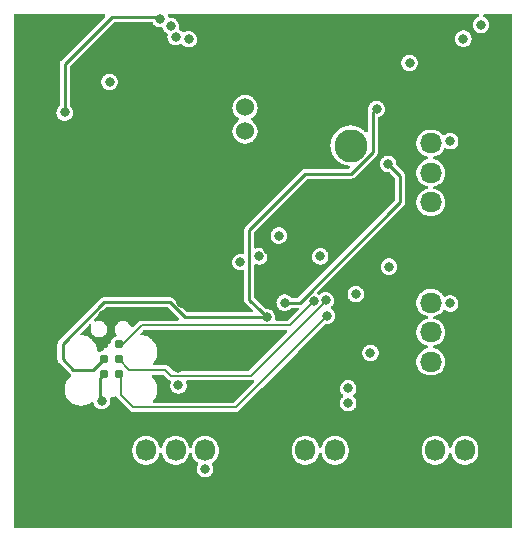
<source format=gbr>
%TF.GenerationSoftware,KiCad,Pcbnew,9.0.5*%
%TF.CreationDate,2025-10-28T15:08:01+09:00*%
%TF.ProjectId,mr2_arm_hw,6d72325f-6172-46d5-9f68-772e6b696361,rev?*%
%TF.SameCoordinates,Original*%
%TF.FileFunction,Copper,L4,Bot*%
%TF.FilePolarity,Positive*%
%FSLAX46Y46*%
G04 Gerber Fmt 4.6, Leading zero omitted, Abs format (unit mm)*
G04 Created by KiCad (PCBNEW 9.0.5) date 2025-10-28 15:08:01*
%MOMM*%
%LPD*%
G01*
G04 APERTURE LIST*
G04 Aperture macros list*
%AMRoundRect*
0 Rectangle with rounded corners*
0 $1 Rounding radius*
0 $2 $3 $4 $5 $6 $7 $8 $9 X,Y pos of 4 corners*
0 Add a 4 corners polygon primitive as box body*
4,1,4,$2,$3,$4,$5,$6,$7,$8,$9,$2,$3,0*
0 Add four circle primitives for the rounded corners*
1,1,$1+$1,$2,$3*
1,1,$1+$1,$4,$5*
1,1,$1+$1,$6,$7*
1,1,$1+$1,$8,$9*
0 Add four rect primitives between the rounded corners*
20,1,$1+$1,$2,$3,$4,$5,0*
20,1,$1+$1,$4,$5,$6,$7,0*
20,1,$1+$1,$6,$7,$8,$9,0*
20,1,$1+$1,$8,$9,$2,$3,0*%
G04 Aperture macros list end*
%TA.AperFunction,ComponentPad*%
%ADD10RoundRect,0.250000X0.675000X-0.600000X0.675000X0.600000X-0.675000X0.600000X-0.675000X-0.600000X0*%
%TD*%
%TA.AperFunction,ComponentPad*%
%ADD11O,1.850000X1.700000*%
%TD*%
%TA.AperFunction,ComponentPad*%
%ADD12RoundRect,0.250000X-0.600000X-0.675000X0.600000X-0.675000X0.600000X0.675000X-0.600000X0.675000X0*%
%TD*%
%TA.AperFunction,ComponentPad*%
%ADD13O,1.700000X1.850000*%
%TD*%
%TA.AperFunction,ComponentPad*%
%ADD14C,2.800000*%
%TD*%
%TA.AperFunction,ComponentPad*%
%ADD15C,1.524000*%
%TD*%
%TA.AperFunction,ConnectorPad*%
%ADD16C,0.787400*%
%TD*%
%TA.AperFunction,ViaPad*%
%ADD17C,0.800000*%
%TD*%
%TA.AperFunction,Conductor*%
%ADD18C,0.250000*%
%TD*%
%TA.AperFunction,Conductor*%
%ADD19C,0.200000*%
%TD*%
G04 APERTURE END LIST*
D10*
%TO.P,J3,1,Pin_1*%
%TO.N,GND*%
X160288450Y-101800779D03*
D11*
%TO.P,J3,2,Pin_2*%
%TO.N,I2C1_SDA*%
X160288450Y-99300779D03*
%TO.P,J3,3,Pin_3*%
%TO.N,I2C1_SCL*%
X160288450Y-96800779D03*
%TO.P,J3,4,Pin_4*%
%TO.N,+3V3*%
X160288450Y-94300779D03*
%TD*%
D10*
%TO.P,J4,1,Pin_1*%
%TO.N,GND*%
X160288450Y-115300779D03*
D11*
%TO.P,J4,2,Pin_2*%
%TO.N,I2C2_SDA*%
X160288450Y-112800779D03*
%TO.P,J4,3,Pin_3*%
%TO.N,I2C2_SCL*%
X160288450Y-110300779D03*
%TO.P,J4,4,Pin_4*%
%TO.N,+3V3*%
X160288450Y-107800779D03*
%TD*%
D12*
%TO.P,J6,1,Pin_1*%
%TO.N,GND*%
X158183450Y-120300779D03*
D13*
%TO.P,J6,2,Pin_2*%
%TO.N,SW2_NC*%
X160683450Y-120300779D03*
%TO.P,J6,3,Pin_3*%
%TO.N,SW2_NO*%
X163183450Y-120300779D03*
%TD*%
D14*
%TO.P,U4,1,1*%
%TO.N,VBUS*%
X153500000Y-94500000D03*
%TO.P,U4,2,2*%
%TO.N,GND*%
X148420000Y-94500000D03*
D15*
%TO.P,U4,3,3*%
%TO.N,CAN-*%
X144570000Y-93270000D03*
%TO.P,U4,4,4*%
%TO.N,CAN+*%
X144570000Y-91270000D03*
%TD*%
D12*
%TO.P,J5,1,Pin_1*%
%TO.N,GND*%
X147183450Y-120300779D03*
D13*
%TO.P,J5,2,Pin_2*%
%TO.N,SW1_NC*%
X149683450Y-120300779D03*
%TO.P,J5,3,Pin_3*%
%TO.N,SW1_NO*%
X152183450Y-120300779D03*
%TD*%
D12*
%TO.P,J2,1,Pin_1*%
%TO.N,GND*%
X133683450Y-120300779D03*
D13*
%TO.P,J2,2,Pin_2*%
%TO.N,USART2_TX*%
X136183450Y-120300779D03*
%TO.P,J2,3,Pin_3*%
%TO.N,USART2_RX*%
X138683450Y-120300779D03*
%TO.P,J2,4,Pin_4*%
%TO.N,+3V3*%
X141183450Y-120300779D03*
%TD*%
D16*
%TO.P,J1,1,VCC*%
%TO.N,+3V3*%
X132588450Y-113855779D03*
%TO.P,J1,2,SWDIO*%
%TO.N,SWDIO*%
X133858450Y-113855779D03*
%TO.P,J1,3,~{RESET}*%
%TO.N,NRST*%
X132588450Y-112585779D03*
%TO.P,J1,4,SWCLK*%
%TO.N,SWCLK*%
X133858450Y-112585779D03*
%TO.P,J1,5,GND*%
%TO.N,GND*%
X132588450Y-111315779D03*
%TO.P,J1,6,SWO*%
%TO.N,SWO*%
X133858450Y-111315779D03*
%TD*%
D17*
%TO.N,GND*%
X132561058Y-108811058D03*
X139183450Y-107800779D03*
X142683450Y-104375779D03*
X161933450Y-115375779D03*
X139400000Y-97700000D03*
X146900000Y-93600000D03*
X138933450Y-113300779D03*
X139600000Y-88900000D03*
X139500000Y-94400000D03*
X137600000Y-111000000D03*
X132298000Y-93618931D03*
X139500000Y-96700000D03*
X151900000Y-96000000D03*
X160000000Y-84200000D03*
X155600000Y-116100000D03*
X164400000Y-104500000D03*
X150500000Y-112300000D03*
X150928831Y-98632928D03*
X140500000Y-91400000D03*
X146100000Y-89200000D03*
X127200000Y-105600000D03*
X155200000Y-87800000D03*
X144700000Y-100200000D03*
X125700000Y-102400000D03*
X147183450Y-121875779D03*
X156750000Y-107275000D03*
X140683450Y-111550779D03*
X133683450Y-121875779D03*
X158100000Y-116100000D03*
X147200000Y-95800000D03*
X139500000Y-93200000D03*
X158183450Y-121875779D03*
X144700000Y-96800000D03*
X125500000Y-105600000D03*
X128900000Y-105600000D03*
X161933450Y-101625779D03*
X164300000Y-95100000D03*
X150300000Y-89200000D03*
X146600000Y-94800000D03*
X155200000Y-84700000D03*
X146700000Y-111000000D03*
X152400000Y-124300000D03*
X146300000Y-84700000D03*
X143800000Y-124300000D03*
X151183450Y-117050779D03*
X134800000Y-118200000D03*
X137600000Y-114500000D03*
X159000000Y-91500000D03*
X146521832Y-103310311D03*
X142183450Y-107625779D03*
X128900000Y-108800000D03*
X155500000Y-96200000D03*
X134800000Y-108700000D03*
X150800000Y-84700000D03*
X134800000Y-124300000D03*
X155026366Y-108468695D03*
X139500000Y-91900000D03*
X141183450Y-112300779D03*
X161600000Y-124200000D03*
X128900000Y-118100000D03*
X128800000Y-102400000D03*
X152500000Y-106000000D03*
X140600000Y-88900000D03*
X164500000Y-112100000D03*
X128800000Y-113600000D03*
X139500000Y-95600000D03*
%TO.N,+3V3*%
X141183450Y-121875779D03*
X156758450Y-104750000D03*
X138933450Y-114800779D03*
X158500000Y-87500000D03*
X139800000Y-85500000D03*
X153300000Y-115050779D03*
X161933450Y-107875779D03*
X153300000Y-116300000D03*
X147433450Y-102125779D03*
X133100000Y-89100000D03*
X161933450Y-94125779D03*
X138700000Y-85300000D03*
X164550000Y-84275000D03*
X153953473Y-107070802D03*
X150933450Y-103875779D03*
X138300000Y-84400000D03*
X145758450Y-103875779D03*
X155183450Y-112050779D03*
X129300000Y-91700000D03*
X132433450Y-116125779D03*
X144183450Y-104375779D03*
X137400000Y-83800000D03*
%TO.N,NRST*%
X155700000Y-91400000D03*
X146433450Y-109050779D03*
X163050000Y-85450000D03*
%TO.N,BOOT0*%
X147933450Y-107800779D03*
X156683450Y-96050779D03*
%TO.N,SWCLK*%
X151400000Y-107600000D03*
%TO.N,SWDIO*%
X151500000Y-108900000D03*
%TO.N,SWO*%
X150402317Y-107702317D03*
%TD*%
D18*
%TO.N,GND*%
X132760279Y-108811058D02*
X133183450Y-109234229D01*
X132561058Y-108811058D02*
X132760279Y-108811058D01*
X133183450Y-109234229D02*
X133183450Y-110720779D01*
X132588450Y-111315779D02*
X132588450Y-111220779D01*
X133183450Y-110720779D02*
X132588450Y-111315779D01*
%TO.N,+3V3*%
X137400000Y-83800000D02*
X137200000Y-83600000D01*
X133300000Y-83600000D02*
X129300000Y-87600000D01*
X129300000Y-87600000D02*
X129300000Y-91700000D01*
X132300000Y-115992329D02*
X132433450Y-116125779D01*
X132300000Y-114144229D02*
X132300000Y-115992329D01*
X137200000Y-83600000D02*
X133300000Y-83600000D01*
X132588450Y-113855779D02*
X132300000Y-114144229D01*
%TO.N,NRST*%
X138176662Y-107750000D02*
X132667520Y-107750000D01*
X144933450Y-107550779D02*
X146433450Y-109050779D01*
X155400000Y-95040933D02*
X155400000Y-92700000D01*
X152433450Y-96875779D02*
X149683450Y-96875779D01*
X155400000Y-92700000D02*
X155400000Y-91700000D01*
X153565154Y-96875779D02*
X155400000Y-95040933D01*
X130034191Y-113518229D02*
X131656000Y-113518229D01*
X129116000Y-111301520D02*
X129116000Y-112600038D01*
X132667520Y-107750000D02*
X129116000Y-111301520D01*
X155400000Y-91700000D02*
X155700000Y-91400000D01*
X129116000Y-112600038D02*
X130034191Y-113518229D01*
X149683450Y-96875779D02*
X144933450Y-101625779D01*
X152433450Y-96875779D02*
X153565154Y-96875779D01*
X146433450Y-109050779D02*
X145758450Y-108375779D01*
X131656000Y-113518229D02*
X132588450Y-112585779D01*
X139477441Y-109050779D02*
X138176662Y-107750000D01*
X146433450Y-109050779D02*
X139477441Y-109050779D01*
X144933450Y-101625779D02*
X144933450Y-107550779D01*
%TO.N,BOOT0*%
X157683450Y-99300779D02*
X149183450Y-107800779D01*
X157683450Y-97050779D02*
X157683450Y-99300779D01*
X149183450Y-107800779D02*
X147933450Y-107800779D01*
X156683450Y-96050779D02*
X157683450Y-97050779D01*
D19*
%TO.N,SWCLK*%
X151400000Y-107625288D02*
X151400000Y-107600000D01*
X145050288Y-113975000D02*
X151400000Y-107625288D01*
X134765900Y-113493229D02*
X137818229Y-113493229D01*
X138300000Y-113975000D02*
X145050288Y-113975000D01*
X133858450Y-112585779D02*
X134765900Y-113493229D01*
X137818229Y-113493229D02*
X138300000Y-113975000D01*
%TO.N,SWDIO*%
X134100000Y-114097329D02*
X134100000Y-115643683D01*
X151500000Y-108950000D02*
X151500000Y-108900000D01*
X143781771Y-116668229D02*
X151500000Y-108950000D01*
X133858450Y-113855779D02*
X134100000Y-114097329D01*
X134100000Y-115643683D02*
X135124546Y-116668229D01*
X135124546Y-116668229D02*
X143781771Y-116668229D01*
%TO.N,SWO*%
X135806096Y-109726779D02*
X148332450Y-109726779D01*
X148377855Y-109726779D02*
X150402317Y-107702317D01*
X134217096Y-111315779D02*
X135806096Y-109726779D01*
X133858450Y-111315779D02*
X134217096Y-111315779D01*
X148332450Y-109726779D02*
X148377855Y-109726779D01*
%TD*%
%TA.AperFunction,Conductor*%
%TO.N,GND*%
G36*
X137639293Y-113899798D02*
G01*
X137673860Y-113917411D01*
X137688656Y-113930048D01*
X137994516Y-114235908D01*
X138039092Y-114280484D01*
X138039098Y-114280488D01*
X138090087Y-114317535D01*
X138090089Y-114317536D01*
X138090092Y-114317538D01*
X138116505Y-114330996D01*
X138146261Y-114346158D01*
X138146267Y-114346160D01*
X138210192Y-114366930D01*
X138244759Y-114384542D01*
X138272192Y-114411975D01*
X138289806Y-114446542D01*
X138295875Y-114484860D01*
X138289806Y-114523178D01*
X138286436Y-114532313D01*
X138268707Y-114575114D01*
X138268700Y-114575134D01*
X138263611Y-114594128D01*
X138245756Y-114660767D01*
X138244937Y-114663822D01*
X138244935Y-114663833D01*
X138232950Y-114754858D01*
X138232950Y-114846699D01*
X138241696Y-114913126D01*
X138244936Y-114937733D01*
X138268702Y-115026430D01*
X138303843Y-115111267D01*
X138303845Y-115111270D01*
X138303852Y-115111283D01*
X138349752Y-115190786D01*
X138349753Y-115190788D01*
X138405654Y-115263640D01*
X138405660Y-115263647D01*
X138470581Y-115328568D01*
X138470588Y-115328574D01*
X138543440Y-115384475D01*
X138543442Y-115384476D01*
X138606141Y-115420674D01*
X138622962Y-115430386D01*
X138707799Y-115465527D01*
X138796496Y-115489293D01*
X138887537Y-115501279D01*
X138887544Y-115501279D01*
X138979356Y-115501279D01*
X138979363Y-115501279D01*
X139070404Y-115489293D01*
X139159101Y-115465527D01*
X139243938Y-115430386D01*
X139323462Y-115384473D01*
X139396313Y-115328573D01*
X139461244Y-115263642D01*
X139517144Y-115190791D01*
X139563057Y-115111267D01*
X139598198Y-115026430D01*
X139621964Y-114937733D01*
X139633950Y-114846692D01*
X139633950Y-114754866D01*
X139621964Y-114663825D01*
X139598198Y-114575128D01*
X139586526Y-114546950D01*
X139577470Y-114509230D01*
X139580514Y-114470554D01*
X139595360Y-114434711D01*
X139620556Y-114405210D01*
X139653635Y-114384939D01*
X139691358Y-114375882D01*
X139701088Y-114375500D01*
X145081807Y-114375500D01*
X145081808Y-114375500D01*
X145144072Y-114365638D01*
X145204027Y-114346158D01*
X145204028Y-114346157D01*
X145206710Y-114345286D01*
X145245028Y-114339217D01*
X145283346Y-114345286D01*
X145317913Y-114362899D01*
X145345346Y-114390332D01*
X145362959Y-114424899D01*
X145369028Y-114463217D01*
X145362959Y-114501535D01*
X145345346Y-114536102D01*
X145332709Y-114550898D01*
X143652198Y-116231410D01*
X143620812Y-116254214D01*
X143583915Y-116266202D01*
X143564517Y-116267729D01*
X136882999Y-116267729D01*
X136844681Y-116261660D01*
X136810114Y-116244047D01*
X136782681Y-116216614D01*
X136765068Y-116182047D01*
X136758999Y-116143729D01*
X136765068Y-116105411D01*
X136782681Y-116070844D01*
X136788010Y-116064023D01*
X136865625Y-115971525D01*
X136865626Y-115971523D01*
X136865634Y-115971514D01*
X136935150Y-115872234D01*
X136995749Y-115767273D01*
X137046970Y-115657430D01*
X137088422Y-115543541D01*
X137119791Y-115426472D01*
X137140837Y-115307115D01*
X137151400Y-115186378D01*
X137151400Y-115065180D01*
X137140837Y-114944443D01*
X137119791Y-114825086D01*
X137088422Y-114708017D01*
X137049663Y-114601526D01*
X137046972Y-114594132D01*
X137046968Y-114594122D01*
X136995753Y-114484294D01*
X136995745Y-114484278D01*
X136971269Y-114441884D01*
X136935150Y-114379324D01*
X136865634Y-114280044D01*
X136865630Y-114280039D01*
X136865625Y-114280032D01*
X136813129Y-114217471D01*
X136787729Y-114187200D01*
X136787720Y-114187191D01*
X136787710Y-114187180D01*
X136705940Y-114105410D01*
X136683136Y-114074024D01*
X136671148Y-114037127D01*
X136671148Y-113998331D01*
X136683136Y-113961434D01*
X136705940Y-113930048D01*
X136737326Y-113907244D01*
X136774223Y-113895256D01*
X136793621Y-113893729D01*
X137600975Y-113893729D01*
X137639293Y-113899798D01*
G37*
%TD.AperFunction*%
%TA.AperFunction,Conductor*%
G36*
X148070573Y-110133348D02*
G01*
X148105140Y-110150961D01*
X148132573Y-110178394D01*
X148150186Y-110212961D01*
X148156255Y-110251279D01*
X148150186Y-110289597D01*
X148132573Y-110324164D01*
X148119936Y-110338960D01*
X144920715Y-113538181D01*
X144889329Y-113560985D01*
X144852432Y-113572973D01*
X144833034Y-113574500D01*
X138517254Y-113574500D01*
X138478936Y-113568431D01*
X138444369Y-113550818D01*
X138429573Y-113538181D01*
X138079135Y-113187743D01*
X138052106Y-113168106D01*
X138046763Y-113164224D01*
X138028137Y-113150691D01*
X137975561Y-113123902D01*
X137972755Y-113122472D01*
X137971967Y-113122070D01*
X137912014Y-113102591D01*
X137880881Y-113097660D01*
X137849749Y-113092729D01*
X137849748Y-113092729D01*
X136882999Y-113092729D01*
X136844681Y-113086660D01*
X136810114Y-113069047D01*
X136782681Y-113041614D01*
X136765068Y-113007047D01*
X136758999Y-112968729D01*
X136765068Y-112930411D01*
X136782681Y-112895844D01*
X136788010Y-112889023D01*
X136865625Y-112796525D01*
X136865626Y-112796523D01*
X136865634Y-112796514D01*
X136935150Y-112697234D01*
X136995749Y-112592273D01*
X137046970Y-112482430D01*
X137088422Y-112368541D01*
X137119791Y-112251472D01*
X137140837Y-112132115D01*
X137151400Y-112011378D01*
X137151400Y-111890180D01*
X137140837Y-111769443D01*
X137119791Y-111650086D01*
X137088422Y-111533017D01*
X137058672Y-111451279D01*
X137046972Y-111419132D01*
X137046968Y-111419122D01*
X136995753Y-111309294D01*
X136995745Y-111309278D01*
X136973229Y-111270279D01*
X136935150Y-111204324D01*
X136865634Y-111105044D01*
X136865630Y-111105039D01*
X136865625Y-111105032D01*
X136797903Y-111024325D01*
X136787729Y-111012200D01*
X136787720Y-111012191D01*
X136787710Y-111012180D01*
X136702048Y-110926518D01*
X136702036Y-110926507D01*
X136702029Y-110926500D01*
X136662061Y-110892963D01*
X136609196Y-110848603D01*
X136509911Y-110779083D01*
X136509908Y-110779081D01*
X136509905Y-110779079D01*
X136444953Y-110741579D01*
X136404950Y-110718483D01*
X136404934Y-110718475D01*
X136295106Y-110667260D01*
X136295096Y-110667256D01*
X136181223Y-110625811D01*
X136181222Y-110625810D01*
X136181212Y-110625807D01*
X136095513Y-110602843D01*
X136064144Y-110594438D01*
X136064137Y-110594437D01*
X135944788Y-110573392D01*
X135944790Y-110573392D01*
X135824482Y-110562866D01*
X135786838Y-110553480D01*
X135753938Y-110532921D01*
X135729001Y-110503202D01*
X135714468Y-110467231D01*
X135711762Y-110428530D01*
X135721148Y-110390886D01*
X135741707Y-110357986D01*
X135747574Y-110351693D01*
X135935673Y-110163594D01*
X135967057Y-110140794D01*
X136003954Y-110128806D01*
X136023351Y-110127279D01*
X148032255Y-110127279D01*
X148070573Y-110133348D01*
G37*
%TD.AperFunction*%
%TA.AperFunction,Conductor*%
G36*
X137987370Y-108181569D02*
G01*
X138021937Y-108199182D01*
X138036733Y-108211819D01*
X138939512Y-109114598D01*
X138962316Y-109145984D01*
X138974304Y-109182881D01*
X138974304Y-109221677D01*
X138962316Y-109258574D01*
X138939512Y-109289960D01*
X138908126Y-109312764D01*
X138871229Y-109324752D01*
X138851831Y-109326279D01*
X135774576Y-109326279D01*
X135770157Y-109326979D01*
X135712308Y-109336141D01*
X135652364Y-109355617D01*
X135638145Y-109362862D01*
X135638145Y-109362863D01*
X135617550Y-109373356D01*
X135596185Y-109384242D01*
X135545190Y-109421291D01*
X135102750Y-109863731D01*
X135071364Y-109886535D01*
X135034467Y-109898523D01*
X134995671Y-109898523D01*
X134958774Y-109886535D01*
X134927388Y-109863731D01*
X134904584Y-109832345D01*
X134900507Y-109823502D01*
X134899740Y-109821651D01*
X134899738Y-109821642D01*
X134864833Y-109737374D01*
X134864829Y-109737368D01*
X134864827Y-109737362D01*
X134840960Y-109696025D01*
X134819228Y-109658384D01*
X134763703Y-109586022D01*
X134763698Y-109586016D01*
X134699212Y-109521530D01*
X134699205Y-109521524D01*
X134626846Y-109466002D01*
X134626847Y-109466002D01*
X134626845Y-109466001D01*
X134608024Y-109455134D01*
X134547866Y-109420401D01*
X134547846Y-109420391D01*
X134463585Y-109385490D01*
X134375483Y-109361883D01*
X134285056Y-109349979D01*
X134285055Y-109349979D01*
X134193845Y-109349979D01*
X134193844Y-109349979D01*
X134103416Y-109361883D01*
X134015314Y-109385490D01*
X133931053Y-109420391D01*
X133931033Y-109420401D01*
X133852053Y-109466002D01*
X133779694Y-109521524D01*
X133779687Y-109521530D01*
X133715201Y-109586016D01*
X133715195Y-109586023D01*
X133659673Y-109658382D01*
X133614072Y-109737362D01*
X133614062Y-109737382D01*
X133579161Y-109821643D01*
X133555554Y-109909745D01*
X133543650Y-110000173D01*
X133543650Y-110091384D01*
X133555554Y-110181812D01*
X133579161Y-110269914D01*
X133614062Y-110354175D01*
X133614072Y-110354195D01*
X133659673Y-110433175D01*
X133685635Y-110467010D01*
X133704147Y-110501104D01*
X133711217Y-110539250D01*
X133706153Y-110577714D01*
X133689451Y-110612730D01*
X133662745Y-110640872D01*
X133634712Y-110657057D01*
X133550760Y-110691830D01*
X133550755Y-110691833D01*
X133471946Y-110737333D01*
X133399747Y-110792734D01*
X133335405Y-110857076D01*
X133280004Y-110929275D01*
X133234504Y-111008084D01*
X133234502Y-111008089D01*
X133199679Y-111092158D01*
X133187425Y-111137894D01*
X133176127Y-111180057D01*
X133176127Y-111180059D01*
X133172453Y-111207965D01*
X133161434Y-111245163D01*
X133139460Y-111277136D01*
X133108681Y-111300753D01*
X133072110Y-111313703D01*
X133049514Y-111315779D01*
X132588450Y-111315779D01*
X132588450Y-111776843D01*
X132582381Y-111815161D01*
X132564768Y-111849728D01*
X132537335Y-111877161D01*
X132502768Y-111894774D01*
X132480636Y-111899782D01*
X132471109Y-111901036D01*
X132452728Y-111903456D01*
X132415578Y-111913410D01*
X132364829Y-111927008D01*
X132280760Y-111961831D01*
X132280745Y-111961838D01*
X132255993Y-111976128D01*
X132219773Y-111990030D01*
X132181031Y-111992059D01*
X132143557Y-111982017D01*
X132111021Y-111960886D01*
X132086608Y-111930735D01*
X132072706Y-111894515D01*
X132070470Y-111879556D01*
X132060837Y-111769443D01*
X132039791Y-111650086D01*
X132008422Y-111533017D01*
X131978672Y-111451279D01*
X131966972Y-111419132D01*
X131966968Y-111419122D01*
X131915753Y-111309294D01*
X131915745Y-111309278D01*
X131893229Y-111270279D01*
X131855150Y-111204324D01*
X131785634Y-111105044D01*
X131785630Y-111105039D01*
X131785625Y-111105032D01*
X131717903Y-111024325D01*
X131707729Y-111012200D01*
X131707720Y-111012191D01*
X131707710Y-111012180D01*
X131622048Y-110926518D01*
X131622036Y-110926507D01*
X131622029Y-110926500D01*
X131582061Y-110892963D01*
X131529196Y-110848603D01*
X131429911Y-110779083D01*
X131429908Y-110779081D01*
X131429905Y-110779079D01*
X131364953Y-110741579D01*
X131324950Y-110718483D01*
X131324934Y-110718475D01*
X131215106Y-110667260D01*
X131215096Y-110667256D01*
X131101223Y-110625811D01*
X131101222Y-110625810D01*
X131101212Y-110625807D01*
X131015513Y-110602843D01*
X130984144Y-110594438D01*
X130984137Y-110594437D01*
X130864788Y-110573392D01*
X130864790Y-110573392D01*
X130744482Y-110562866D01*
X130706838Y-110553480D01*
X130673938Y-110532921D01*
X130649001Y-110503202D01*
X130634468Y-110467231D01*
X130631762Y-110428530D01*
X130641148Y-110390886D01*
X130661707Y-110357986D01*
X130667593Y-110351673D01*
X131353524Y-109665743D01*
X131384905Y-109642943D01*
X131421802Y-109630955D01*
X131460598Y-109630955D01*
X131497495Y-109642943D01*
X131528881Y-109665747D01*
X131551685Y-109697133D01*
X131563673Y-109734030D01*
X131563673Y-109772826D01*
X131555763Y-109800876D01*
X131547161Y-109821644D01*
X131523554Y-109909745D01*
X131511650Y-110000173D01*
X131511650Y-110091384D01*
X131523554Y-110181812D01*
X131547161Y-110269914D01*
X131582062Y-110354175D01*
X131582072Y-110354195D01*
X131627673Y-110433175D01*
X131683195Y-110505534D01*
X131683201Y-110505541D01*
X131747687Y-110570027D01*
X131747693Y-110570032D01*
X131820055Y-110625557D01*
X131857696Y-110647289D01*
X131899033Y-110671156D01*
X131899053Y-110671166D01*
X131951599Y-110692930D01*
X131983313Y-110706067D01*
X132071415Y-110729674D01*
X132116630Y-110735626D01*
X132161844Y-110741579D01*
X132161845Y-110741579D01*
X132253056Y-110741579D01*
X132285307Y-110737333D01*
X132343485Y-110729674D01*
X132431587Y-110706067D01*
X132495014Y-110679794D01*
X132515846Y-110671166D01*
X132515849Y-110671164D01*
X132515855Y-110671162D01*
X132515861Y-110671158D01*
X132515866Y-110671156D01*
X132531491Y-110662134D01*
X132594845Y-110625557D01*
X132667207Y-110570032D01*
X132731703Y-110505536D01*
X132787228Y-110433174D01*
X132831035Y-110357299D01*
X132832827Y-110354195D01*
X132832837Y-110354175D01*
X132845268Y-110324164D01*
X132867738Y-110269916D01*
X132891345Y-110181814D01*
X132903250Y-110091384D01*
X132903250Y-110000174D01*
X132891345Y-109909744D01*
X132867738Y-109821642D01*
X132847518Y-109772826D01*
X132832837Y-109737382D01*
X132832827Y-109737362D01*
X132808960Y-109696025D01*
X132787228Y-109658384D01*
X132731703Y-109586022D01*
X132731698Y-109586016D01*
X132667212Y-109521530D01*
X132667205Y-109521524D01*
X132594846Y-109466002D01*
X132594847Y-109466002D01*
X132594845Y-109466001D01*
X132576024Y-109455134D01*
X132515866Y-109420401D01*
X132515846Y-109420391D01*
X132431585Y-109385490D01*
X132343483Y-109361883D01*
X132253056Y-109349979D01*
X132253055Y-109349979D01*
X132161845Y-109349979D01*
X132161844Y-109349979D01*
X132071416Y-109361883D01*
X131983314Y-109385490D01*
X131962550Y-109394091D01*
X131924826Y-109403147D01*
X131886149Y-109400102D01*
X131850307Y-109385255D01*
X131820807Y-109360058D01*
X131800538Y-109326979D01*
X131791482Y-109289255D01*
X131794527Y-109250578D01*
X131809374Y-109214736D01*
X131827416Y-109191850D01*
X132807449Y-108211819D01*
X132838835Y-108189015D01*
X132875732Y-108177027D01*
X132895130Y-108175500D01*
X137949052Y-108175500D01*
X137987370Y-108181569D01*
G37*
%TD.AperFunction*%
%TA.AperFunction,Conductor*%
G36*
X132661429Y-83381848D02*
G01*
X132695996Y-83399461D01*
X132723429Y-83426894D01*
X132741042Y-83461461D01*
X132747111Y-83499779D01*
X132741042Y-83538097D01*
X132723429Y-83572664D01*
X132710792Y-83587460D01*
X128975446Y-87322805D01*
X128936079Y-87376989D01*
X128905227Y-87437539D01*
X128904166Y-87441300D01*
X128884977Y-87500357D01*
X128874500Y-87566507D01*
X128874500Y-91083480D01*
X128868431Y-91121798D01*
X128850818Y-91156365D01*
X128838181Y-91171161D01*
X128772210Y-91237131D01*
X128772204Y-91237138D01*
X128716303Y-91309990D01*
X128716302Y-91309992D01*
X128670402Y-91389495D01*
X128670395Y-91389508D01*
X128635253Y-91474347D01*
X128635250Y-91474355D01*
X128625063Y-91512374D01*
X128612186Y-91560436D01*
X128611487Y-91563043D01*
X128611485Y-91563054D01*
X128599500Y-91654079D01*
X128599500Y-91745920D01*
X128608845Y-91816893D01*
X128611486Y-91836954D01*
X128635252Y-91925651D01*
X128670393Y-92010488D01*
X128670395Y-92010491D01*
X128670402Y-92010504D01*
X128716302Y-92090007D01*
X128716303Y-92090009D01*
X128772204Y-92162861D01*
X128772210Y-92162868D01*
X128837131Y-92227789D01*
X128837138Y-92227795D01*
X128909990Y-92283696D01*
X128909992Y-92283697D01*
X128960607Y-92312919D01*
X128989512Y-92329607D01*
X129074349Y-92364748D01*
X129163046Y-92388514D01*
X129254087Y-92400500D01*
X129254094Y-92400500D01*
X129345906Y-92400500D01*
X129345913Y-92400500D01*
X129436954Y-92388514D01*
X129525651Y-92364748D01*
X129610488Y-92329607D01*
X129690012Y-92283694D01*
X129762863Y-92227794D01*
X129827794Y-92162863D01*
X129883694Y-92090012D01*
X129929607Y-92010488D01*
X129964748Y-91925651D01*
X129988514Y-91836954D01*
X130000500Y-91745913D01*
X130000500Y-91654087D01*
X129988514Y-91563046D01*
X129964748Y-91474349D01*
X129929607Y-91389512D01*
X129909158Y-91354093D01*
X129883697Y-91309992D01*
X129883696Y-91309990D01*
X129871387Y-91293949D01*
X129871386Y-91293948D01*
X129827794Y-91237137D01*
X129808460Y-91217803D01*
X143507500Y-91217803D01*
X143507500Y-91322197D01*
X143517733Y-91426089D01*
X143538099Y-91528478D01*
X143548588Y-91563054D01*
X143568403Y-91628378D01*
X143608353Y-91724825D01*
X143657567Y-91816896D01*
X143715569Y-91903703D01*
X143781794Y-91984397D01*
X143855602Y-92058205D01*
X143936296Y-92124430D01*
X143999854Y-92166898D01*
X144028342Y-92193232D01*
X144047299Y-92227082D01*
X144054867Y-92265132D01*
X144050307Y-92303659D01*
X144034065Y-92338891D01*
X144007731Y-92367379D01*
X143999854Y-92373102D01*
X143936296Y-92415569D01*
X143855602Y-92481794D01*
X143781794Y-92555602D01*
X143715569Y-92636296D01*
X143657567Y-92723103D01*
X143608353Y-92815174D01*
X143568403Y-92911621D01*
X143555393Y-92954510D01*
X143538099Y-93011522D01*
X143517733Y-93113911D01*
X143507500Y-93217803D01*
X143507500Y-93322197D01*
X143517733Y-93426089D01*
X143538099Y-93528478D01*
X143542226Y-93542082D01*
X143568403Y-93628378D01*
X143578027Y-93651611D01*
X143608353Y-93724825D01*
X143652965Y-93808288D01*
X143657567Y-93816896D01*
X143715569Y-93903703D01*
X143781794Y-93984397D01*
X143855602Y-94058205D01*
X143936296Y-94124430D01*
X143936303Y-94124435D01*
X143936306Y-94124437D01*
X144023107Y-94182435D01*
X144115175Y-94231647D01*
X144211623Y-94271597D01*
X144311522Y-94301901D01*
X144413911Y-94322267D01*
X144517803Y-94332500D01*
X144517808Y-94332500D01*
X144622192Y-94332500D01*
X144622197Y-94332500D01*
X144726089Y-94322267D01*
X144828478Y-94301901D01*
X144928377Y-94271597D01*
X145024825Y-94231647D01*
X145116893Y-94182435D01*
X145203694Y-94124437D01*
X145284392Y-94058210D01*
X145358210Y-93984392D01*
X145417030Y-93912720D01*
X145424430Y-93903703D01*
X145424431Y-93903700D01*
X145424437Y-93903694D01*
X145482435Y-93816893D01*
X145531647Y-93724825D01*
X145571597Y-93628377D01*
X145601901Y-93528478D01*
X145622267Y-93426089D01*
X145632500Y-93322197D01*
X145632500Y-93217803D01*
X145622267Y-93113911D01*
X145601901Y-93011522D01*
X145571597Y-92911623D01*
X145531647Y-92815175D01*
X145482435Y-92723107D01*
X145424437Y-92636306D01*
X145424435Y-92636303D01*
X145424430Y-92636296D01*
X145358205Y-92555602D01*
X145284397Y-92481794D01*
X145203705Y-92415571D01*
X145203698Y-92415566D01*
X145203694Y-92415563D01*
X145140142Y-92373099D01*
X145111657Y-92346768D01*
X145092701Y-92312919D01*
X145085132Y-92274869D01*
X145089691Y-92236342D01*
X145105933Y-92201110D01*
X145132268Y-92172621D01*
X145140128Y-92166909D01*
X145203694Y-92124437D01*
X145284392Y-92058210D01*
X145358210Y-91984392D01*
X145424437Y-91903694D01*
X145482435Y-91816893D01*
X145531647Y-91724825D01*
X145571597Y-91628377D01*
X145601901Y-91528478D01*
X145622267Y-91426089D01*
X145632500Y-91322197D01*
X145632500Y-91217803D01*
X145622267Y-91113911D01*
X145601901Y-91011522D01*
X145571597Y-90911623D01*
X145531647Y-90815175D01*
X145482435Y-90723107D01*
X145424437Y-90636306D01*
X145424435Y-90636303D01*
X145424430Y-90636296D01*
X145358205Y-90555602D01*
X145284397Y-90481794D01*
X145203703Y-90415569D01*
X145116896Y-90357567D01*
X145116895Y-90357566D01*
X145116893Y-90357565D01*
X145024825Y-90308353D01*
X144928378Y-90268403D01*
X144901401Y-90260220D01*
X144828478Y-90238099D01*
X144726089Y-90217733D01*
X144622197Y-90207500D01*
X144517803Y-90207500D01*
X144413911Y-90217733D01*
X144311522Y-90238099D01*
X144265574Y-90252037D01*
X144211621Y-90268403D01*
X144115174Y-90308353D01*
X144023103Y-90357567D01*
X143936296Y-90415569D01*
X143855602Y-90481794D01*
X143781794Y-90555602D01*
X143715569Y-90636296D01*
X143657567Y-90723103D01*
X143608353Y-90815174D01*
X143568403Y-90911621D01*
X143560665Y-90937131D01*
X143538099Y-91011522D01*
X143517733Y-91113911D01*
X143507500Y-91217803D01*
X129808460Y-91217803D01*
X129762863Y-91172206D01*
X129761691Y-91171306D01*
X129757076Y-91166147D01*
X129748410Y-91152705D01*
X129739015Y-91139775D01*
X129737939Y-91136466D01*
X129736054Y-91133541D01*
X129731965Y-91118077D01*
X129727027Y-91102878D01*
X129726637Y-91097925D01*
X129726137Y-91096034D01*
X129726282Y-91093421D01*
X129725500Y-91083480D01*
X129725500Y-89054079D01*
X132399500Y-89054079D01*
X132399500Y-89145920D01*
X132409482Y-89221734D01*
X132411486Y-89236954D01*
X132435252Y-89325651D01*
X132470393Y-89410488D01*
X132470395Y-89410491D01*
X132470402Y-89410504D01*
X132516302Y-89490007D01*
X132516303Y-89490009D01*
X132572204Y-89562861D01*
X132572210Y-89562868D01*
X132637131Y-89627789D01*
X132637138Y-89627795D01*
X132709990Y-89683696D01*
X132709992Y-89683697D01*
X132772691Y-89719895D01*
X132789512Y-89729607D01*
X132874349Y-89764748D01*
X132963046Y-89788514D01*
X133054087Y-89800500D01*
X133054094Y-89800500D01*
X133145906Y-89800500D01*
X133145913Y-89800500D01*
X133236954Y-89788514D01*
X133325651Y-89764748D01*
X133410488Y-89729607D01*
X133490012Y-89683694D01*
X133562863Y-89627794D01*
X133627794Y-89562863D01*
X133683694Y-89490012D01*
X133729607Y-89410488D01*
X133764748Y-89325651D01*
X133788514Y-89236954D01*
X133800500Y-89145913D01*
X133800500Y-89054087D01*
X133788514Y-88963046D01*
X133764748Y-88874349D01*
X133729607Y-88789512D01*
X133719895Y-88772691D01*
X133683697Y-88709992D01*
X133683696Y-88709990D01*
X133627795Y-88637138D01*
X133627789Y-88637131D01*
X133562868Y-88572210D01*
X133562861Y-88572204D01*
X133490009Y-88516303D01*
X133490007Y-88516302D01*
X133410504Y-88470402D01*
X133410491Y-88470395D01*
X133410492Y-88470395D01*
X133410488Y-88470393D01*
X133325651Y-88435252D01*
X133236954Y-88411486D01*
X133221734Y-88409482D01*
X133145920Y-88399500D01*
X133145913Y-88399500D01*
X133054087Y-88399500D01*
X133054079Y-88399500D01*
X132967433Y-88410908D01*
X132963046Y-88411486D01*
X132933480Y-88419408D01*
X132874355Y-88435250D01*
X132874351Y-88435251D01*
X132874349Y-88435252D01*
X132789512Y-88470393D01*
X132789509Y-88470394D01*
X132789508Y-88470395D01*
X132789495Y-88470402D01*
X132709992Y-88516302D01*
X132709990Y-88516303D01*
X132637138Y-88572204D01*
X132637131Y-88572210D01*
X132572210Y-88637131D01*
X132572204Y-88637138D01*
X132516303Y-88709990D01*
X132516302Y-88709992D01*
X132470402Y-88789495D01*
X132470395Y-88789508D01*
X132435253Y-88874347D01*
X132435250Y-88874355D01*
X132411487Y-88963043D01*
X132411485Y-88963054D01*
X132399500Y-89054079D01*
X129725500Y-89054079D01*
X129725500Y-87827610D01*
X129731569Y-87789292D01*
X129749182Y-87754725D01*
X129761819Y-87739929D01*
X130047669Y-87454079D01*
X157799500Y-87454079D01*
X157799500Y-87545920D01*
X157809482Y-87621734D01*
X157811486Y-87636954D01*
X157835252Y-87725651D01*
X157870393Y-87810488D01*
X157870395Y-87810491D01*
X157870402Y-87810504D01*
X157916302Y-87890007D01*
X157916303Y-87890009D01*
X157972204Y-87962861D01*
X157972210Y-87962868D01*
X158037131Y-88027789D01*
X158037138Y-88027795D01*
X158109990Y-88083696D01*
X158109992Y-88083697D01*
X158172691Y-88119895D01*
X158189512Y-88129607D01*
X158274349Y-88164748D01*
X158363046Y-88188514D01*
X158454087Y-88200500D01*
X158454094Y-88200500D01*
X158545906Y-88200500D01*
X158545913Y-88200500D01*
X158636954Y-88188514D01*
X158725651Y-88164748D01*
X158810488Y-88129607D01*
X158890012Y-88083694D01*
X158962863Y-88027794D01*
X159027794Y-87962863D01*
X159083694Y-87890012D01*
X159129607Y-87810488D01*
X159164748Y-87725651D01*
X159188514Y-87636954D01*
X159200500Y-87545913D01*
X159200500Y-87454087D01*
X159188514Y-87363046D01*
X159164748Y-87274349D01*
X159129607Y-87189512D01*
X159119895Y-87172691D01*
X159083697Y-87109992D01*
X159083696Y-87109990D01*
X159027795Y-87037138D01*
X159027789Y-87037131D01*
X158962868Y-86972210D01*
X158962861Y-86972204D01*
X158890009Y-86916303D01*
X158890007Y-86916302D01*
X158810504Y-86870402D01*
X158810491Y-86870395D01*
X158810492Y-86870395D01*
X158810488Y-86870393D01*
X158725651Y-86835252D01*
X158636954Y-86811486D01*
X158621734Y-86809482D01*
X158545920Y-86799500D01*
X158545913Y-86799500D01*
X158454087Y-86799500D01*
X158454079Y-86799500D01*
X158367433Y-86810908D01*
X158363046Y-86811486D01*
X158333480Y-86819408D01*
X158274355Y-86835250D01*
X158274351Y-86835251D01*
X158274349Y-86835252D01*
X158189512Y-86870393D01*
X158189509Y-86870394D01*
X158189508Y-86870395D01*
X158189495Y-86870402D01*
X158109992Y-86916302D01*
X158109990Y-86916303D01*
X158037138Y-86972204D01*
X158037131Y-86972210D01*
X157972210Y-87037131D01*
X157972204Y-87037138D01*
X157916303Y-87109990D01*
X157916302Y-87109992D01*
X157870402Y-87189495D01*
X157870395Y-87189508D01*
X157835253Y-87274347D01*
X157835250Y-87274355D01*
X157811487Y-87363043D01*
X157811485Y-87363054D01*
X157799500Y-87454079D01*
X130047669Y-87454079D01*
X133439929Y-84061819D01*
X133471315Y-84039015D01*
X133508212Y-84027027D01*
X133527610Y-84025500D01*
X136652336Y-84025500D01*
X136690654Y-84031569D01*
X136725221Y-84049182D01*
X136752654Y-84076615D01*
X136766895Y-84102043D01*
X136770393Y-84110488D01*
X136770399Y-84110499D01*
X136770402Y-84110504D01*
X136816302Y-84190007D01*
X136816303Y-84190009D01*
X136872204Y-84262861D01*
X136872210Y-84262868D01*
X136937131Y-84327789D01*
X136937138Y-84327795D01*
X137009990Y-84383696D01*
X137009992Y-84383697D01*
X137058920Y-84411945D01*
X137089512Y-84429607D01*
X137174349Y-84464748D01*
X137263046Y-84488514D01*
X137354087Y-84500500D01*
X137354094Y-84500500D01*
X137445906Y-84500500D01*
X137445913Y-84500500D01*
X137488598Y-84494880D01*
X137527373Y-84495895D01*
X137563944Y-84508844D01*
X137594723Y-84532461D01*
X137616698Y-84564433D01*
X137624553Y-84585724D01*
X137626952Y-84594676D01*
X137635252Y-84625651D01*
X137670393Y-84710488D01*
X137670395Y-84710491D01*
X137670402Y-84710504D01*
X137716302Y-84790007D01*
X137716303Y-84790009D01*
X137772204Y-84862861D01*
X137772210Y-84862868D01*
X137837131Y-84927789D01*
X137837138Y-84927795D01*
X137909989Y-84983695D01*
X137915941Y-84987131D01*
X137957105Y-85010897D01*
X137987255Y-85035310D01*
X138008385Y-85067847D01*
X138018427Y-85105321D01*
X138016397Y-85144063D01*
X138014882Y-85150371D01*
X138011486Y-85163046D01*
X138011485Y-85163054D01*
X137999500Y-85254079D01*
X137999500Y-85345920D01*
X138008755Y-85416213D01*
X138011486Y-85436954D01*
X138035252Y-85525651D01*
X138070393Y-85610488D01*
X138070395Y-85610491D01*
X138070402Y-85610504D01*
X138116302Y-85690007D01*
X138116303Y-85690009D01*
X138172204Y-85762861D01*
X138172210Y-85762868D01*
X138237131Y-85827789D01*
X138237138Y-85827795D01*
X138309990Y-85883696D01*
X138309992Y-85883697D01*
X138346394Y-85904713D01*
X138389512Y-85929607D01*
X138474349Y-85964748D01*
X138563046Y-85988514D01*
X138654087Y-86000500D01*
X138654094Y-86000500D01*
X138745906Y-86000500D01*
X138745913Y-86000500D01*
X138836954Y-85988514D01*
X138925651Y-85964748D01*
X139010488Y-85929607D01*
X139079997Y-85889475D01*
X139116216Y-85875573D01*
X139154959Y-85873542D01*
X139192432Y-85883583D01*
X139224969Y-85904713D01*
X139240374Y-85921378D01*
X139272206Y-85962864D01*
X139337131Y-86027789D01*
X139337138Y-86027795D01*
X139409990Y-86083696D01*
X139409992Y-86083697D01*
X139463772Y-86114746D01*
X139489512Y-86129607D01*
X139574349Y-86164748D01*
X139663046Y-86188514D01*
X139754087Y-86200500D01*
X139754094Y-86200500D01*
X139845906Y-86200500D01*
X139845913Y-86200500D01*
X139936954Y-86188514D01*
X140025651Y-86164748D01*
X140110488Y-86129607D01*
X140190012Y-86083694D01*
X140262863Y-86027794D01*
X140327794Y-85962863D01*
X140383694Y-85890012D01*
X140384004Y-85889476D01*
X140412564Y-85840007D01*
X140429607Y-85810488D01*
X140464748Y-85725651D01*
X140488514Y-85636954D01*
X140500500Y-85545913D01*
X140500500Y-85454087D01*
X140493916Y-85404079D01*
X162349500Y-85404079D01*
X162349500Y-85495920D01*
X162359482Y-85571734D01*
X162361486Y-85586954D01*
X162385252Y-85675651D01*
X162420393Y-85760488D01*
X162420395Y-85760491D01*
X162420402Y-85760504D01*
X162466302Y-85840007D01*
X162466303Y-85840009D01*
X162522204Y-85912861D01*
X162522210Y-85912868D01*
X162587131Y-85977789D01*
X162587138Y-85977795D01*
X162659990Y-86033696D01*
X162659992Y-86033697D01*
X162722691Y-86069895D01*
X162739512Y-86079607D01*
X162824349Y-86114748D01*
X162913046Y-86138514D01*
X163004087Y-86150500D01*
X163004094Y-86150500D01*
X163095906Y-86150500D01*
X163095913Y-86150500D01*
X163186954Y-86138514D01*
X163275651Y-86114748D01*
X163360488Y-86079607D01*
X163440012Y-86033694D01*
X163512863Y-85977794D01*
X163577794Y-85912863D01*
X163633694Y-85840012D01*
X163679607Y-85760488D01*
X163714748Y-85675651D01*
X163738514Y-85586954D01*
X163750500Y-85495913D01*
X163750500Y-85404087D01*
X163738514Y-85313046D01*
X163714748Y-85224349D01*
X163679607Y-85139512D01*
X163662563Y-85109990D01*
X163633697Y-85059992D01*
X163633696Y-85059990D01*
X163577795Y-84987138D01*
X163577789Y-84987131D01*
X163512868Y-84922210D01*
X163512861Y-84922204D01*
X163440009Y-84866303D01*
X163440007Y-84866302D01*
X163360504Y-84820402D01*
X163360491Y-84820395D01*
X163360492Y-84820395D01*
X163360488Y-84820393D01*
X163275651Y-84785252D01*
X163186954Y-84761486D01*
X163171734Y-84759482D01*
X163095920Y-84749500D01*
X163095913Y-84749500D01*
X163004087Y-84749500D01*
X163004079Y-84749500D01*
X162917433Y-84760908D01*
X162913046Y-84761486D01*
X162883480Y-84769408D01*
X162824355Y-84785250D01*
X162824351Y-84785251D01*
X162824349Y-84785252D01*
X162739512Y-84820393D01*
X162739509Y-84820394D01*
X162739508Y-84820395D01*
X162739495Y-84820402D01*
X162659992Y-84866302D01*
X162659990Y-84866303D01*
X162587138Y-84922204D01*
X162587131Y-84922210D01*
X162522210Y-84987131D01*
X162522204Y-84987138D01*
X162466303Y-85059990D01*
X162466302Y-85059992D01*
X162420402Y-85139495D01*
X162420395Y-85139508D01*
X162420393Y-85139512D01*
X162399689Y-85189495D01*
X162385253Y-85224347D01*
X162385250Y-85224355D01*
X162361487Y-85313043D01*
X162361485Y-85313054D01*
X162349500Y-85404079D01*
X140493916Y-85404079D01*
X140488514Y-85363046D01*
X140464748Y-85274349D01*
X140429607Y-85189512D01*
X140400740Y-85139512D01*
X140383697Y-85109992D01*
X140383696Y-85109990D01*
X140327795Y-85037138D01*
X140327789Y-85037131D01*
X140262868Y-84972210D01*
X140262861Y-84972204D01*
X140190009Y-84916303D01*
X140190007Y-84916302D01*
X140110504Y-84870402D01*
X140110491Y-84870395D01*
X140110492Y-84870395D01*
X140110488Y-84870393D01*
X140025651Y-84835252D01*
X139936954Y-84811486D01*
X139921734Y-84809482D01*
X139845920Y-84799500D01*
X139845913Y-84799500D01*
X139754087Y-84799500D01*
X139754079Y-84799500D01*
X139667433Y-84810908D01*
X139663046Y-84811486D01*
X139633480Y-84819408D01*
X139574355Y-84835250D01*
X139574351Y-84835251D01*
X139574349Y-84835252D01*
X139489512Y-84870393D01*
X139489509Y-84870394D01*
X139489508Y-84870395D01*
X139489499Y-84870400D01*
X139420000Y-84910524D01*
X139383781Y-84924427D01*
X139345038Y-84926457D01*
X139307565Y-84916415D01*
X139275028Y-84895285D01*
X139259625Y-84878621D01*
X139253313Y-84870395D01*
X139244335Y-84858694D01*
X139227793Y-84837135D01*
X139162868Y-84772210D01*
X139162861Y-84772204D01*
X139090011Y-84716305D01*
X139042894Y-84689102D01*
X139012744Y-84664687D01*
X138991614Y-84632150D01*
X138981573Y-84594676D01*
X138983604Y-84555934D01*
X138985113Y-84549645D01*
X138988514Y-84536954D01*
X139000500Y-84445913D01*
X139000500Y-84354087D01*
X138988514Y-84263046D01*
X138964748Y-84174349D01*
X138929607Y-84089512D01*
X138913619Y-84061819D01*
X138883697Y-84009992D01*
X138883696Y-84009990D01*
X138827795Y-83937138D01*
X138827789Y-83937131D01*
X138762868Y-83872210D01*
X138762861Y-83872204D01*
X138690009Y-83816303D01*
X138690007Y-83816302D01*
X138610504Y-83770402D01*
X138610491Y-83770395D01*
X138610492Y-83770395D01*
X138610488Y-83770393D01*
X138525651Y-83735252D01*
X138436954Y-83711486D01*
X138421734Y-83709482D01*
X138345920Y-83699500D01*
X138345913Y-83699500D01*
X138254087Y-83699500D01*
X138254081Y-83699500D01*
X138254076Y-83699501D01*
X138211405Y-83705119D01*
X138203514Y-83704912D01*
X138195723Y-83706179D01*
X138184239Y-83704408D01*
X138172623Y-83704104D01*
X138165182Y-83701469D01*
X138157381Y-83700266D01*
X138147003Y-83695031D01*
X138136052Y-83691153D01*
X138129791Y-83686348D01*
X138122742Y-83682793D01*
X138114491Y-83674608D01*
X138105274Y-83667536D01*
X138100803Y-83661030D01*
X138095199Y-83655472D01*
X138091084Y-83646890D01*
X138083299Y-83635563D01*
X138077446Y-83620977D01*
X138076351Y-83617654D01*
X138064748Y-83574349D01*
X138051746Y-83542960D01*
X138050302Y-83538576D01*
X138047922Y-83523938D01*
X138044458Y-83509510D01*
X138044823Y-83504871D01*
X138044077Y-83500282D01*
X138046338Y-83485618D01*
X138047502Y-83470833D01*
X138049280Y-83466538D01*
X138049990Y-83461940D01*
X138056674Y-83448689D01*
X138062348Y-83434991D01*
X138065367Y-83431455D01*
X138067463Y-83427301D01*
X138077911Y-83416767D01*
X138087543Y-83405490D01*
X138091508Y-83403059D01*
X138094784Y-83399758D01*
X138107974Y-83392969D01*
X138120622Y-83385219D01*
X138125143Y-83384133D01*
X138129279Y-83382005D01*
X138143916Y-83379625D01*
X138158345Y-83376161D01*
X138167420Y-83375804D01*
X138167573Y-83375780D01*
X138167669Y-83375794D01*
X138168076Y-83375779D01*
X164267028Y-83375779D01*
X164305346Y-83381848D01*
X164339913Y-83399461D01*
X164367346Y-83426894D01*
X164384959Y-83461461D01*
X164391028Y-83499779D01*
X164384959Y-83538097D01*
X164367346Y-83572664D01*
X164339913Y-83600097D01*
X164314484Y-83614338D01*
X164239512Y-83645393D01*
X164239505Y-83645396D01*
X164239495Y-83645402D01*
X164159992Y-83691302D01*
X164159990Y-83691303D01*
X164087138Y-83747204D01*
X164087131Y-83747210D01*
X164022210Y-83812131D01*
X164022204Y-83812138D01*
X163966303Y-83884990D01*
X163966302Y-83884992D01*
X163920402Y-83964495D01*
X163920395Y-83964508D01*
X163920393Y-83964512D01*
X163895131Y-84025500D01*
X163885253Y-84049347D01*
X163885250Y-84049355D01*
X163861487Y-84138043D01*
X163861485Y-84138054D01*
X163849500Y-84229079D01*
X163849500Y-84320920D01*
X163853868Y-84354093D01*
X163861486Y-84411954D01*
X163875632Y-84464748D01*
X163885211Y-84500500D01*
X163885252Y-84500651D01*
X163920393Y-84585488D01*
X163920395Y-84585491D01*
X163920402Y-84585504D01*
X163966302Y-84665007D01*
X163966303Y-84665009D01*
X164022204Y-84737861D01*
X164022210Y-84737868D01*
X164087131Y-84802789D01*
X164087138Y-84802795D01*
X164159990Y-84858696D01*
X164159992Y-84858697D01*
X164222691Y-84894895D01*
X164239512Y-84904607D01*
X164324349Y-84939748D01*
X164413046Y-84963514D01*
X164504087Y-84975500D01*
X164504094Y-84975500D01*
X164595906Y-84975500D01*
X164595913Y-84975500D01*
X164686954Y-84963514D01*
X164775651Y-84939748D01*
X164860488Y-84904607D01*
X164940012Y-84858694D01*
X165012863Y-84802794D01*
X165077794Y-84737863D01*
X165133694Y-84665012D01*
X165179607Y-84585488D01*
X165214748Y-84500651D01*
X165238514Y-84411954D01*
X165250500Y-84320913D01*
X165250500Y-84229087D01*
X165238514Y-84138046D01*
X165214748Y-84049349D01*
X165179607Y-83964512D01*
X165163799Y-83937131D01*
X165133697Y-83884992D01*
X165133696Y-83884990D01*
X165077795Y-83812138D01*
X165077789Y-83812131D01*
X165012868Y-83747210D01*
X165012861Y-83747204D01*
X164940009Y-83691303D01*
X164940007Y-83691302D01*
X164860504Y-83645402D01*
X164860500Y-83645400D01*
X164860488Y-83645393D01*
X164785516Y-83614338D01*
X164752440Y-83594069D01*
X164727244Y-83564568D01*
X164712398Y-83528726D01*
X164709354Y-83490049D01*
X164718411Y-83452326D01*
X164738682Y-83419247D01*
X164768183Y-83394051D01*
X164804025Y-83379205D01*
X164832972Y-83375779D01*
X167059450Y-83375779D01*
X167097768Y-83381848D01*
X167132335Y-83399461D01*
X167159768Y-83426894D01*
X167177381Y-83461461D01*
X167183450Y-83499779D01*
X167183450Y-126751779D01*
X167177381Y-126790097D01*
X167159768Y-126824664D01*
X167132335Y-126852097D01*
X167097768Y-126869710D01*
X167059450Y-126875779D01*
X125107450Y-126875779D01*
X125069132Y-126869710D01*
X125034565Y-126852097D01*
X125007132Y-126824664D01*
X124989519Y-126790097D01*
X124983450Y-126751779D01*
X124983450Y-120169261D01*
X135032950Y-120169261D01*
X135032950Y-120432296D01*
X135044028Y-120544784D01*
X135044030Y-120544797D01*
X135055067Y-120600280D01*
X135066084Y-120655665D01*
X135066085Y-120655667D01*
X135098899Y-120763843D01*
X135142154Y-120868269D01*
X135142155Y-120868272D01*
X135195442Y-120967963D01*
X135195454Y-120967983D01*
X135258236Y-121061944D01*
X135258246Y-121061957D01*
X135329963Y-121149345D01*
X135409883Y-121229265D01*
X135497271Y-121300982D01*
X135497284Y-121300992D01*
X135591245Y-121363774D01*
X135591250Y-121363777D01*
X135591262Y-121363785D01*
X135690955Y-121417073D01*
X135735561Y-121435549D01*
X135795385Y-121460329D01*
X135795389Y-121460330D01*
X135795391Y-121460331D01*
X135903564Y-121493145D01*
X136014433Y-121515199D01*
X136126930Y-121526279D01*
X136126932Y-121526279D01*
X136239968Y-121526279D01*
X136239970Y-121526279D01*
X136352467Y-121515199D01*
X136463336Y-121493145D01*
X136571509Y-121460331D01*
X136675945Y-121417073D01*
X136775638Y-121363785D01*
X136869628Y-121300983D01*
X136957010Y-121229271D01*
X137036942Y-121149339D01*
X137108654Y-121061957D01*
X137171456Y-120967967D01*
X137224744Y-120868274D01*
X137268002Y-120763838D01*
X137300816Y-120655665D01*
X137311833Y-120600279D01*
X137325261Y-120563882D01*
X137349279Y-120533415D01*
X137381537Y-120511862D01*
X137418876Y-120501331D01*
X137457642Y-120502855D01*
X137494040Y-120516283D01*
X137524507Y-120540301D01*
X137546060Y-120572559D01*
X137555066Y-120600278D01*
X137566084Y-120655665D01*
X137566085Y-120655667D01*
X137598899Y-120763843D01*
X137642154Y-120868269D01*
X137642155Y-120868272D01*
X137695442Y-120967963D01*
X137695454Y-120967983D01*
X137758236Y-121061944D01*
X137758246Y-121061957D01*
X137829963Y-121149345D01*
X137909883Y-121229265D01*
X137997271Y-121300982D01*
X137997284Y-121300992D01*
X138091245Y-121363774D01*
X138091250Y-121363777D01*
X138091262Y-121363785D01*
X138190955Y-121417073D01*
X138235561Y-121435549D01*
X138295385Y-121460329D01*
X138295389Y-121460330D01*
X138295391Y-121460331D01*
X138403564Y-121493145D01*
X138514433Y-121515199D01*
X138626930Y-121526279D01*
X138626932Y-121526279D01*
X138739968Y-121526279D01*
X138739970Y-121526279D01*
X138852467Y-121515199D01*
X138963336Y-121493145D01*
X139071509Y-121460331D01*
X139175945Y-121417073D01*
X139275638Y-121363785D01*
X139369628Y-121300983D01*
X139457010Y-121229271D01*
X139536942Y-121149339D01*
X139608654Y-121061957D01*
X139671456Y-120967967D01*
X139724744Y-120868274D01*
X139768002Y-120763838D01*
X139800816Y-120655665D01*
X139811833Y-120600279D01*
X139825261Y-120563882D01*
X139849279Y-120533415D01*
X139881537Y-120511862D01*
X139918876Y-120501331D01*
X139957642Y-120502855D01*
X139994040Y-120516283D01*
X140024507Y-120540301D01*
X140046060Y-120572559D01*
X140055066Y-120600278D01*
X140066084Y-120655665D01*
X140066085Y-120655667D01*
X140098899Y-120763843D01*
X140142154Y-120868269D01*
X140142155Y-120868272D01*
X140195442Y-120967963D01*
X140195454Y-120967983D01*
X140258236Y-121061944D01*
X140258246Y-121061957D01*
X140329963Y-121149345D01*
X140409883Y-121229265D01*
X140497271Y-121300982D01*
X140497275Y-121300985D01*
X140551646Y-121337315D01*
X140580135Y-121363650D01*
X140599091Y-121397499D01*
X140606659Y-121435549D01*
X140602099Y-121474076D01*
X140590143Y-121502415D01*
X140553849Y-121565278D01*
X140553845Y-121565287D01*
X140518703Y-121650126D01*
X140518700Y-121650134D01*
X140494937Y-121738822D01*
X140494935Y-121738833D01*
X140482950Y-121829858D01*
X140482950Y-121921699D01*
X140492932Y-121997513D01*
X140494936Y-122012733D01*
X140518702Y-122101430D01*
X140553843Y-122186267D01*
X140553845Y-122186270D01*
X140553852Y-122186283D01*
X140599752Y-122265786D01*
X140599753Y-122265788D01*
X140655654Y-122338640D01*
X140655660Y-122338647D01*
X140720581Y-122403568D01*
X140720588Y-122403574D01*
X140793440Y-122459475D01*
X140793442Y-122459476D01*
X140856141Y-122495674D01*
X140872962Y-122505386D01*
X140957799Y-122540527D01*
X141046496Y-122564293D01*
X141137537Y-122576279D01*
X141137544Y-122576279D01*
X141229356Y-122576279D01*
X141229363Y-122576279D01*
X141320404Y-122564293D01*
X141409101Y-122540527D01*
X141493938Y-122505386D01*
X141573462Y-122459473D01*
X141646313Y-122403573D01*
X141711244Y-122338642D01*
X141767144Y-122265791D01*
X141813057Y-122186267D01*
X141848198Y-122101430D01*
X141871964Y-122012733D01*
X141883950Y-121921692D01*
X141883950Y-121829866D01*
X141871964Y-121738825D01*
X141848198Y-121650128D01*
X141813057Y-121565291D01*
X141813049Y-121565278D01*
X141776757Y-121502417D01*
X141762854Y-121466198D01*
X141760823Y-121427455D01*
X141770865Y-121389981D01*
X141791994Y-121357445D01*
X141815253Y-121337315D01*
X141869628Y-121300983D01*
X141957010Y-121229271D01*
X142036942Y-121149339D01*
X142108654Y-121061957D01*
X142171456Y-120967967D01*
X142224744Y-120868274D01*
X142268002Y-120763838D01*
X142300816Y-120655665D01*
X142322870Y-120544796D01*
X142333950Y-120432299D01*
X142333950Y-120169261D01*
X148532950Y-120169261D01*
X148532950Y-120432296D01*
X148544028Y-120544784D01*
X148544030Y-120544797D01*
X148555067Y-120600280D01*
X148566084Y-120655665D01*
X148566085Y-120655667D01*
X148598899Y-120763843D01*
X148642154Y-120868269D01*
X148642155Y-120868272D01*
X148695442Y-120967963D01*
X148695454Y-120967983D01*
X148758236Y-121061944D01*
X148758246Y-121061957D01*
X148829963Y-121149345D01*
X148909883Y-121229265D01*
X148997271Y-121300982D01*
X148997284Y-121300992D01*
X149091245Y-121363774D01*
X149091250Y-121363777D01*
X149091262Y-121363785D01*
X149190955Y-121417073D01*
X149235561Y-121435549D01*
X149295385Y-121460329D01*
X149295389Y-121460330D01*
X149295391Y-121460331D01*
X149403564Y-121493145D01*
X149514433Y-121515199D01*
X149626930Y-121526279D01*
X149626932Y-121526279D01*
X149739968Y-121526279D01*
X149739970Y-121526279D01*
X149852467Y-121515199D01*
X149963336Y-121493145D01*
X150071509Y-121460331D01*
X150175945Y-121417073D01*
X150275638Y-121363785D01*
X150369628Y-121300983D01*
X150457010Y-121229271D01*
X150536942Y-121149339D01*
X150608654Y-121061957D01*
X150671456Y-120967967D01*
X150724744Y-120868274D01*
X150768002Y-120763838D01*
X150800816Y-120655665D01*
X150811833Y-120600279D01*
X150825261Y-120563882D01*
X150849279Y-120533415D01*
X150881537Y-120511862D01*
X150918876Y-120501331D01*
X150957642Y-120502855D01*
X150994040Y-120516283D01*
X151024507Y-120540301D01*
X151046060Y-120572559D01*
X151055066Y-120600278D01*
X151066084Y-120655665D01*
X151066085Y-120655667D01*
X151098899Y-120763843D01*
X151142154Y-120868269D01*
X151142155Y-120868272D01*
X151195442Y-120967963D01*
X151195454Y-120967983D01*
X151258236Y-121061944D01*
X151258246Y-121061957D01*
X151329963Y-121149345D01*
X151409883Y-121229265D01*
X151497271Y-121300982D01*
X151497284Y-121300992D01*
X151591245Y-121363774D01*
X151591250Y-121363777D01*
X151591262Y-121363785D01*
X151690955Y-121417073D01*
X151735561Y-121435549D01*
X151795385Y-121460329D01*
X151795389Y-121460330D01*
X151795391Y-121460331D01*
X151903564Y-121493145D01*
X152014433Y-121515199D01*
X152126930Y-121526279D01*
X152126932Y-121526279D01*
X152239968Y-121526279D01*
X152239970Y-121526279D01*
X152352467Y-121515199D01*
X152463336Y-121493145D01*
X152571509Y-121460331D01*
X152675945Y-121417073D01*
X152775638Y-121363785D01*
X152869628Y-121300983D01*
X152957010Y-121229271D01*
X153036942Y-121149339D01*
X153108654Y-121061957D01*
X153171456Y-120967967D01*
X153224744Y-120868274D01*
X153268002Y-120763838D01*
X153300816Y-120655665D01*
X153322870Y-120544796D01*
X153333950Y-120432299D01*
X153333950Y-120169261D01*
X159532950Y-120169261D01*
X159532950Y-120432296D01*
X159544028Y-120544784D01*
X159544030Y-120544797D01*
X159555067Y-120600280D01*
X159566084Y-120655665D01*
X159566085Y-120655667D01*
X159598899Y-120763843D01*
X159642154Y-120868269D01*
X159642155Y-120868272D01*
X159695442Y-120967963D01*
X159695454Y-120967983D01*
X159758236Y-121061944D01*
X159758246Y-121061957D01*
X159829963Y-121149345D01*
X159909883Y-121229265D01*
X159997271Y-121300982D01*
X159997284Y-121300992D01*
X160091245Y-121363774D01*
X160091250Y-121363777D01*
X160091262Y-121363785D01*
X160190955Y-121417073D01*
X160235561Y-121435549D01*
X160295385Y-121460329D01*
X160295389Y-121460330D01*
X160295391Y-121460331D01*
X160403564Y-121493145D01*
X160514433Y-121515199D01*
X160626930Y-121526279D01*
X160626932Y-121526279D01*
X160739968Y-121526279D01*
X160739970Y-121526279D01*
X160852467Y-121515199D01*
X160963336Y-121493145D01*
X161071509Y-121460331D01*
X161175945Y-121417073D01*
X161275638Y-121363785D01*
X161369628Y-121300983D01*
X161457010Y-121229271D01*
X161536942Y-121149339D01*
X161608654Y-121061957D01*
X161671456Y-120967967D01*
X161724744Y-120868274D01*
X161768002Y-120763838D01*
X161800816Y-120655665D01*
X161811833Y-120600279D01*
X161825261Y-120563882D01*
X161849279Y-120533415D01*
X161881537Y-120511862D01*
X161918876Y-120501331D01*
X161957642Y-120502855D01*
X161994040Y-120516283D01*
X162024507Y-120540301D01*
X162046060Y-120572559D01*
X162055066Y-120600278D01*
X162066084Y-120655665D01*
X162066085Y-120655667D01*
X162098899Y-120763843D01*
X162142154Y-120868269D01*
X162142155Y-120868272D01*
X162195442Y-120967963D01*
X162195454Y-120967983D01*
X162258236Y-121061944D01*
X162258246Y-121061957D01*
X162329963Y-121149345D01*
X162409883Y-121229265D01*
X162497271Y-121300982D01*
X162497284Y-121300992D01*
X162591245Y-121363774D01*
X162591250Y-121363777D01*
X162591262Y-121363785D01*
X162690955Y-121417073D01*
X162735561Y-121435549D01*
X162795385Y-121460329D01*
X162795389Y-121460330D01*
X162795391Y-121460331D01*
X162903564Y-121493145D01*
X163014433Y-121515199D01*
X163126930Y-121526279D01*
X163126932Y-121526279D01*
X163239968Y-121526279D01*
X163239970Y-121526279D01*
X163352467Y-121515199D01*
X163463336Y-121493145D01*
X163571509Y-121460331D01*
X163675945Y-121417073D01*
X163775638Y-121363785D01*
X163869628Y-121300983D01*
X163957010Y-121229271D01*
X164036942Y-121149339D01*
X164108654Y-121061957D01*
X164171456Y-120967967D01*
X164224744Y-120868274D01*
X164268002Y-120763838D01*
X164300816Y-120655665D01*
X164322870Y-120544796D01*
X164333950Y-120432299D01*
X164333950Y-120169259D01*
X164322870Y-120056762D01*
X164300816Y-119945893D01*
X164268002Y-119837720D01*
X164224744Y-119733284D01*
X164171456Y-119633591D01*
X164171445Y-119633574D01*
X164108663Y-119539613D01*
X164108653Y-119539600D01*
X164036936Y-119452212D01*
X163957016Y-119372292D01*
X163869628Y-119300575D01*
X163869615Y-119300565D01*
X163775654Y-119237783D01*
X163775643Y-119237776D01*
X163775638Y-119237773D01*
X163675945Y-119184485D01*
X163669445Y-119181792D01*
X163571514Y-119141228D01*
X163510089Y-119122595D01*
X163463336Y-119108413D01*
X163408662Y-119097537D01*
X163352468Y-119086359D01*
X163352455Y-119086357D01*
X163261796Y-119077428D01*
X163239970Y-119075279D01*
X163126930Y-119075279D01*
X163107033Y-119077238D01*
X163014444Y-119086357D01*
X163014431Y-119086359D01*
X162903569Y-119108412D01*
X162903564Y-119108413D01*
X162903561Y-119108414D01*
X162795385Y-119141228D01*
X162690959Y-119184483D01*
X162690956Y-119184484D01*
X162591265Y-119237771D01*
X162591245Y-119237783D01*
X162497284Y-119300565D01*
X162497271Y-119300575D01*
X162409883Y-119372292D01*
X162329963Y-119452212D01*
X162258246Y-119539600D01*
X162258236Y-119539613D01*
X162195454Y-119633574D01*
X162195442Y-119633594D01*
X162142155Y-119733285D01*
X162142154Y-119733288D01*
X162098899Y-119837714D01*
X162066085Y-119945890D01*
X162066084Y-119945894D01*
X162055067Y-120001278D01*
X162041639Y-120037675D01*
X162017620Y-120068142D01*
X161985363Y-120089695D01*
X161948023Y-120100226D01*
X161909257Y-120098702D01*
X161872860Y-120085274D01*
X161842393Y-120061255D01*
X161820840Y-120028998D01*
X161811833Y-120001278D01*
X161800816Y-119945893D01*
X161768002Y-119837720D01*
X161724744Y-119733284D01*
X161671456Y-119633591D01*
X161671445Y-119633574D01*
X161608663Y-119539613D01*
X161608653Y-119539600D01*
X161536936Y-119452212D01*
X161457016Y-119372292D01*
X161369628Y-119300575D01*
X161369615Y-119300565D01*
X161275654Y-119237783D01*
X161275643Y-119237776D01*
X161275638Y-119237773D01*
X161175945Y-119184485D01*
X161169445Y-119181792D01*
X161071514Y-119141228D01*
X161010089Y-119122595D01*
X160963336Y-119108413D01*
X160908662Y-119097537D01*
X160852468Y-119086359D01*
X160852455Y-119086357D01*
X160761796Y-119077428D01*
X160739970Y-119075279D01*
X160626930Y-119075279D01*
X160607033Y-119077238D01*
X160514444Y-119086357D01*
X160514431Y-119086359D01*
X160403569Y-119108412D01*
X160403564Y-119108413D01*
X160403561Y-119108414D01*
X160295385Y-119141228D01*
X160190959Y-119184483D01*
X160190956Y-119184484D01*
X160091265Y-119237771D01*
X160091245Y-119237783D01*
X159997284Y-119300565D01*
X159997271Y-119300575D01*
X159909883Y-119372292D01*
X159829963Y-119452212D01*
X159758246Y-119539600D01*
X159758236Y-119539613D01*
X159695454Y-119633574D01*
X159695442Y-119633594D01*
X159642155Y-119733285D01*
X159642154Y-119733288D01*
X159598899Y-119837714D01*
X159566085Y-119945890D01*
X159566083Y-119945898D01*
X159544030Y-120056760D01*
X159544028Y-120056773D01*
X159532950Y-120169261D01*
X153333950Y-120169261D01*
X153333950Y-120169259D01*
X153322870Y-120056762D01*
X153300816Y-119945893D01*
X153268002Y-119837720D01*
X153224744Y-119733284D01*
X153171456Y-119633591D01*
X153171445Y-119633574D01*
X153108663Y-119539613D01*
X153108653Y-119539600D01*
X153036936Y-119452212D01*
X152957016Y-119372292D01*
X152869628Y-119300575D01*
X152869615Y-119300565D01*
X152775654Y-119237783D01*
X152775643Y-119237776D01*
X152775638Y-119237773D01*
X152675945Y-119184485D01*
X152669445Y-119181792D01*
X152571514Y-119141228D01*
X152510089Y-119122595D01*
X152463336Y-119108413D01*
X152408662Y-119097537D01*
X152352468Y-119086359D01*
X152352455Y-119086357D01*
X152261796Y-119077428D01*
X152239970Y-119075279D01*
X152126930Y-119075279D01*
X152107033Y-119077238D01*
X152014444Y-119086357D01*
X152014431Y-119086359D01*
X151903569Y-119108412D01*
X151903564Y-119108413D01*
X151903561Y-119108414D01*
X151795385Y-119141228D01*
X151690959Y-119184483D01*
X151690956Y-119184484D01*
X151591265Y-119237771D01*
X151591245Y-119237783D01*
X151497284Y-119300565D01*
X151497271Y-119300575D01*
X151409883Y-119372292D01*
X151329963Y-119452212D01*
X151258246Y-119539600D01*
X151258236Y-119539613D01*
X151195454Y-119633574D01*
X151195442Y-119633594D01*
X151142155Y-119733285D01*
X151142154Y-119733288D01*
X151098899Y-119837714D01*
X151066085Y-119945890D01*
X151066084Y-119945894D01*
X151055067Y-120001278D01*
X151041639Y-120037675D01*
X151017620Y-120068142D01*
X150985363Y-120089695D01*
X150948023Y-120100226D01*
X150909257Y-120098702D01*
X150872860Y-120085274D01*
X150842393Y-120061255D01*
X150820840Y-120028998D01*
X150811833Y-120001278D01*
X150800816Y-119945893D01*
X150768002Y-119837720D01*
X150724744Y-119733284D01*
X150671456Y-119633591D01*
X150671445Y-119633574D01*
X150608663Y-119539613D01*
X150608653Y-119539600D01*
X150536936Y-119452212D01*
X150457016Y-119372292D01*
X150369628Y-119300575D01*
X150369615Y-119300565D01*
X150275654Y-119237783D01*
X150275643Y-119237776D01*
X150275638Y-119237773D01*
X150175945Y-119184485D01*
X150169445Y-119181792D01*
X150071514Y-119141228D01*
X150010089Y-119122595D01*
X149963336Y-119108413D01*
X149908662Y-119097537D01*
X149852468Y-119086359D01*
X149852455Y-119086357D01*
X149761796Y-119077428D01*
X149739970Y-119075279D01*
X149626930Y-119075279D01*
X149607033Y-119077238D01*
X149514444Y-119086357D01*
X149514431Y-119086359D01*
X149403569Y-119108412D01*
X149403564Y-119108413D01*
X149403561Y-119108414D01*
X149295385Y-119141228D01*
X149190959Y-119184483D01*
X149190956Y-119184484D01*
X149091265Y-119237771D01*
X149091245Y-119237783D01*
X148997284Y-119300565D01*
X148997271Y-119300575D01*
X148909883Y-119372292D01*
X148829963Y-119452212D01*
X148758246Y-119539600D01*
X148758236Y-119539613D01*
X148695454Y-119633574D01*
X148695442Y-119633594D01*
X148642155Y-119733285D01*
X148642154Y-119733288D01*
X148598899Y-119837714D01*
X148566085Y-119945890D01*
X148566083Y-119945898D01*
X148544030Y-120056760D01*
X148544028Y-120056773D01*
X148532950Y-120169261D01*
X142333950Y-120169261D01*
X142333950Y-120169259D01*
X142322870Y-120056762D01*
X142300816Y-119945893D01*
X142268002Y-119837720D01*
X142224744Y-119733284D01*
X142171456Y-119633591D01*
X142171445Y-119633574D01*
X142108663Y-119539613D01*
X142108653Y-119539600D01*
X142036936Y-119452212D01*
X141957016Y-119372292D01*
X141869628Y-119300575D01*
X141869615Y-119300565D01*
X141775654Y-119237783D01*
X141775643Y-119237776D01*
X141775638Y-119237773D01*
X141675945Y-119184485D01*
X141669445Y-119181792D01*
X141571514Y-119141228D01*
X141510089Y-119122595D01*
X141463336Y-119108413D01*
X141408662Y-119097537D01*
X141352468Y-119086359D01*
X141352455Y-119086357D01*
X141261796Y-119077428D01*
X141239970Y-119075279D01*
X141126930Y-119075279D01*
X141107033Y-119077238D01*
X141014444Y-119086357D01*
X141014431Y-119086359D01*
X140903569Y-119108412D01*
X140903564Y-119108413D01*
X140903561Y-119108414D01*
X140795385Y-119141228D01*
X140690959Y-119184483D01*
X140690956Y-119184484D01*
X140591265Y-119237771D01*
X140591245Y-119237783D01*
X140497284Y-119300565D01*
X140497271Y-119300575D01*
X140409883Y-119372292D01*
X140329963Y-119452212D01*
X140258246Y-119539600D01*
X140258236Y-119539613D01*
X140195454Y-119633574D01*
X140195442Y-119633594D01*
X140142155Y-119733285D01*
X140142154Y-119733288D01*
X140098899Y-119837714D01*
X140066085Y-119945890D01*
X140066084Y-119945894D01*
X140055067Y-120001278D01*
X140041639Y-120037675D01*
X140017620Y-120068142D01*
X139985363Y-120089695D01*
X139948023Y-120100226D01*
X139909257Y-120098702D01*
X139872860Y-120085274D01*
X139842393Y-120061255D01*
X139820840Y-120028998D01*
X139811833Y-120001278D01*
X139800816Y-119945893D01*
X139768002Y-119837720D01*
X139724744Y-119733284D01*
X139671456Y-119633591D01*
X139671445Y-119633574D01*
X139608663Y-119539613D01*
X139608653Y-119539600D01*
X139536936Y-119452212D01*
X139457016Y-119372292D01*
X139369628Y-119300575D01*
X139369615Y-119300565D01*
X139275654Y-119237783D01*
X139275643Y-119237776D01*
X139275638Y-119237773D01*
X139175945Y-119184485D01*
X139169445Y-119181792D01*
X139071514Y-119141228D01*
X139010089Y-119122595D01*
X138963336Y-119108413D01*
X138908662Y-119097537D01*
X138852468Y-119086359D01*
X138852455Y-119086357D01*
X138761796Y-119077428D01*
X138739970Y-119075279D01*
X138626930Y-119075279D01*
X138607033Y-119077238D01*
X138514444Y-119086357D01*
X138514431Y-119086359D01*
X138403569Y-119108412D01*
X138403564Y-119108413D01*
X138403561Y-119108414D01*
X138295385Y-119141228D01*
X138190959Y-119184483D01*
X138190956Y-119184484D01*
X138091265Y-119237771D01*
X138091245Y-119237783D01*
X137997284Y-119300565D01*
X137997271Y-119300575D01*
X137909883Y-119372292D01*
X137829963Y-119452212D01*
X137758246Y-119539600D01*
X137758236Y-119539613D01*
X137695454Y-119633574D01*
X137695442Y-119633594D01*
X137642155Y-119733285D01*
X137642154Y-119733288D01*
X137598899Y-119837714D01*
X137566085Y-119945890D01*
X137566084Y-119945894D01*
X137555067Y-120001278D01*
X137541639Y-120037675D01*
X137517620Y-120068142D01*
X137485363Y-120089695D01*
X137448023Y-120100226D01*
X137409257Y-120098702D01*
X137372860Y-120085274D01*
X137342393Y-120061255D01*
X137320840Y-120028998D01*
X137311833Y-120001278D01*
X137300816Y-119945893D01*
X137268002Y-119837720D01*
X137224744Y-119733284D01*
X137171456Y-119633591D01*
X137171445Y-119633574D01*
X137108663Y-119539613D01*
X137108653Y-119539600D01*
X137036936Y-119452212D01*
X136957016Y-119372292D01*
X136869628Y-119300575D01*
X136869615Y-119300565D01*
X136775654Y-119237783D01*
X136775643Y-119237776D01*
X136775638Y-119237773D01*
X136675945Y-119184485D01*
X136669445Y-119181792D01*
X136571514Y-119141228D01*
X136510089Y-119122595D01*
X136463336Y-119108413D01*
X136408662Y-119097537D01*
X136352468Y-119086359D01*
X136352455Y-119086357D01*
X136261796Y-119077428D01*
X136239970Y-119075279D01*
X136126930Y-119075279D01*
X136107033Y-119077238D01*
X136014444Y-119086357D01*
X136014431Y-119086359D01*
X135903569Y-119108412D01*
X135903564Y-119108413D01*
X135903561Y-119108414D01*
X135795385Y-119141228D01*
X135690959Y-119184483D01*
X135690956Y-119184484D01*
X135591265Y-119237771D01*
X135591245Y-119237783D01*
X135497284Y-119300565D01*
X135497271Y-119300575D01*
X135409883Y-119372292D01*
X135329963Y-119452212D01*
X135258246Y-119539600D01*
X135258236Y-119539613D01*
X135195454Y-119633574D01*
X135195442Y-119633594D01*
X135142155Y-119733285D01*
X135142154Y-119733288D01*
X135098899Y-119837714D01*
X135066085Y-119945890D01*
X135066083Y-119945898D01*
X135044030Y-120056760D01*
X135044028Y-120056773D01*
X135032950Y-120169261D01*
X124983450Y-120169261D01*
X124983450Y-111268032D01*
X128690500Y-111268032D01*
X128690500Y-112633526D01*
X128697922Y-112680384D01*
X128697922Y-112680390D01*
X128700366Y-112695818D01*
X128700977Y-112699676D01*
X128721673Y-112763374D01*
X128752080Y-112823049D01*
X128791446Y-112877232D01*
X129709635Y-113795420D01*
X129709638Y-113795424D01*
X129756996Y-113842782D01*
X129792327Y-113868451D01*
X129796931Y-113872552D01*
X129805365Y-113882853D01*
X129814777Y-113892265D01*
X129817586Y-113897779D01*
X129821508Y-113902569D01*
X129826346Y-113914971D01*
X129832389Y-113926832D01*
X129833357Y-113932944D01*
X129835607Y-113938712D01*
X129836375Y-113952002D01*
X129838458Y-113965150D01*
X129837489Y-113971263D01*
X129837847Y-113977443D01*
X129834471Y-113990318D01*
X129832389Y-114003468D01*
X129829578Y-114008983D01*
X129828009Y-114014971D01*
X129820816Y-114026177D01*
X129814775Y-114038035D01*
X129809747Y-114043426D01*
X129807055Y-114047622D01*
X129801897Y-114051845D01*
X129794164Y-114060138D01*
X129744875Y-114101496D01*
X129744851Y-114101518D01*
X129659189Y-114187180D01*
X129659168Y-114187203D01*
X129581274Y-114280032D01*
X129511754Y-114379317D01*
X129511745Y-114379332D01*
X129451154Y-114484278D01*
X129451146Y-114484294D01*
X129399931Y-114594122D01*
X129399927Y-114594132D01*
X129358482Y-114708005D01*
X129358479Y-114708015D01*
X129327109Y-114825084D01*
X129327108Y-114825091D01*
X129306063Y-114944439D01*
X129295500Y-115065178D01*
X129295500Y-115186379D01*
X129306063Y-115307118D01*
X129315612Y-115361270D01*
X129327109Y-115426472D01*
X129358478Y-115543541D01*
X129358481Y-115543551D01*
X129358482Y-115543552D01*
X129399927Y-115657425D01*
X129399931Y-115657435D01*
X129451146Y-115767263D01*
X129451154Y-115767279D01*
X129511745Y-115872225D01*
X129511754Y-115872240D01*
X129581274Y-115971525D01*
X129626834Y-116025820D01*
X129659171Y-116064358D01*
X129659178Y-116064365D01*
X129659189Y-116064377D01*
X129744851Y-116150039D01*
X129744862Y-116150049D01*
X129744871Y-116150058D01*
X129760346Y-116163043D01*
X129837703Y-116227954D01*
X129837710Y-116227959D01*
X129837715Y-116227963D01*
X129936995Y-116297479D01*
X130041956Y-116358078D01*
X130041965Y-116358082D01*
X130151793Y-116409297D01*
X130151803Y-116409301D01*
X130204468Y-116428469D01*
X130265688Y-116450751D01*
X130382757Y-116482120D01*
X130502114Y-116503166D01*
X130622849Y-116513728D01*
X130622850Y-116513729D01*
X130622851Y-116513729D01*
X130744050Y-116513729D01*
X130744050Y-116513728D01*
X130864786Y-116503166D01*
X130984143Y-116482120D01*
X131101212Y-116450751D01*
X131215101Y-116409299D01*
X131215106Y-116409297D01*
X131251715Y-116392225D01*
X131324944Y-116358078D01*
X131429905Y-116297479D01*
X131529185Y-116227963D01*
X131548624Y-116211651D01*
X131581870Y-116191673D01*
X131619671Y-116182944D01*
X131658319Y-116186324D01*
X131694032Y-116201481D01*
X131723313Y-116226932D01*
X131743296Y-116260185D01*
X131748102Y-116274548D01*
X131767225Y-116345920D01*
X131768702Y-116351430D01*
X131803843Y-116436267D01*
X131803845Y-116436270D01*
X131803852Y-116436283D01*
X131849752Y-116515786D01*
X131849753Y-116515788D01*
X131905654Y-116588640D01*
X131905660Y-116588647D01*
X131970581Y-116653568D01*
X131970588Y-116653574D01*
X132043440Y-116709475D01*
X132043442Y-116709476D01*
X132106141Y-116745674D01*
X132122962Y-116755386D01*
X132207799Y-116790527D01*
X132296496Y-116814293D01*
X132387537Y-116826279D01*
X132387544Y-116826279D01*
X132479356Y-116826279D01*
X132479363Y-116826279D01*
X132570404Y-116814293D01*
X132659101Y-116790527D01*
X132743938Y-116755386D01*
X132823462Y-116709473D01*
X132896313Y-116653573D01*
X132961244Y-116588642D01*
X133017144Y-116515791D01*
X133018335Y-116513729D01*
X133036584Y-116482119D01*
X133063057Y-116436267D01*
X133098198Y-116351430D01*
X133121964Y-116262733D01*
X133133950Y-116171692D01*
X133133950Y-116079866D01*
X133121964Y-115988825D01*
X133118974Y-115977668D01*
X133114920Y-115939089D01*
X133122986Y-115901141D01*
X133142384Y-115867543D01*
X133171215Y-115841584D01*
X133206657Y-115825804D01*
X133238750Y-115821579D01*
X133269056Y-115821579D01*
X133316818Y-115815291D01*
X133359485Y-115809674D01*
X133447587Y-115786067D01*
X133524424Y-115754240D01*
X133531846Y-115751166D01*
X133531849Y-115751164D01*
X133531855Y-115751162D01*
X133552908Y-115739006D01*
X133557368Y-115737294D01*
X133561303Y-115734579D01*
X133575398Y-115730372D01*
X133589124Y-115725104D01*
X133593895Y-115724853D01*
X133598479Y-115723486D01*
X133613184Y-115723842D01*
X133627866Y-115723072D01*
X133632484Y-115724309D01*
X133637264Y-115724425D01*
X133651138Y-115729306D01*
X133665341Y-115733112D01*
X133669349Y-115735714D01*
X133673860Y-115737302D01*
X133685547Y-115746233D01*
X133697878Y-115754240D01*
X133700885Y-115757954D01*
X133704686Y-115760858D01*
X133710622Y-115769976D01*
X133722294Y-115784389D01*
X133726723Y-115792787D01*
X133728625Y-115796755D01*
X133728842Y-115797422D01*
X133729901Y-115799500D01*
X133730581Y-115800836D01*
X133730599Y-115800872D01*
X133757460Y-115853589D01*
X133757461Y-115853590D01*
X133778795Y-115882954D01*
X133791273Y-115900128D01*
X133794516Y-115904591D01*
X134819062Y-116929137D01*
X134863638Y-116973713D01*
X134863644Y-116973717D01*
X134914633Y-117010764D01*
X134914635Y-117010765D01*
X134914638Y-117010767D01*
X134942723Y-117025077D01*
X134970807Y-117039387D01*
X135000785Y-117049127D01*
X135030759Y-117058866D01*
X135030762Y-117058867D01*
X135093026Y-117068729D01*
X135093027Y-117068729D01*
X143813290Y-117068729D01*
X143813291Y-117068729D01*
X143875555Y-117058867D01*
X143935510Y-117039387D01*
X143963594Y-117025077D01*
X143991679Y-117010767D01*
X144042679Y-116973713D01*
X144087255Y-116929137D01*
X146011533Y-115004858D01*
X152599500Y-115004858D01*
X152599500Y-115096699D01*
X152609482Y-115172513D01*
X152611486Y-115187733D01*
X152630227Y-115257678D01*
X152631825Y-115263642D01*
X152635252Y-115276430D01*
X152670393Y-115361267D01*
X152670395Y-115361270D01*
X152670402Y-115361283D01*
X152716302Y-115440786D01*
X152716303Y-115440788D01*
X152772204Y-115513640D01*
X152772210Y-115513647D01*
X152837131Y-115578568D01*
X152840188Y-115581249D01*
X152839677Y-115581831D01*
X152861815Y-115605165D01*
X152878514Y-115640183D01*
X152883574Y-115678647D01*
X152876501Y-115716792D01*
X152857985Y-115750885D01*
X152839796Y-115769083D01*
X152840188Y-115769530D01*
X152837131Y-115772210D01*
X152772210Y-115837131D01*
X152772204Y-115837138D01*
X152716303Y-115909990D01*
X152716302Y-115909992D01*
X152670402Y-115989495D01*
X152670395Y-115989508D01*
X152670393Y-115989512D01*
X152639383Y-116064377D01*
X152635253Y-116074347D01*
X152635250Y-116074355D01*
X152611487Y-116163043D01*
X152611485Y-116163054D01*
X152599500Y-116254079D01*
X152599500Y-116345920D01*
X152607845Y-116409297D01*
X152611486Y-116436954D01*
X152635252Y-116525651D01*
X152670393Y-116610488D01*
X152670395Y-116610491D01*
X152670402Y-116610504D01*
X152716302Y-116690007D01*
X152716303Y-116690009D01*
X152772204Y-116762861D01*
X152772210Y-116762868D01*
X152837131Y-116827789D01*
X152837138Y-116827795D01*
X152909990Y-116883696D01*
X152909992Y-116883697D01*
X152972691Y-116919895D01*
X152989512Y-116929607D01*
X153074349Y-116964748D01*
X153163046Y-116988514D01*
X153254087Y-117000500D01*
X153254094Y-117000500D01*
X153345906Y-117000500D01*
X153345913Y-117000500D01*
X153436954Y-116988514D01*
X153525651Y-116964748D01*
X153610488Y-116929607D01*
X153690012Y-116883694D01*
X153762863Y-116827794D01*
X153827794Y-116762863D01*
X153883694Y-116690012D01*
X153929607Y-116610488D01*
X153964748Y-116525651D01*
X153988514Y-116436954D01*
X154000500Y-116345913D01*
X154000500Y-116254087D01*
X153988514Y-116163046D01*
X153964748Y-116074349D01*
X153929607Y-115989512D01*
X153919216Y-115971514D01*
X153883697Y-115909992D01*
X153883696Y-115909990D01*
X153827795Y-115837138D01*
X153827789Y-115837131D01*
X153762868Y-115772210D01*
X153759812Y-115769530D01*
X153760321Y-115768948D01*
X153738175Y-115745601D01*
X153721481Y-115710581D01*
X153716425Y-115672116D01*
X153723504Y-115633971D01*
X153742023Y-115599881D01*
X153760210Y-115581703D01*
X153759812Y-115581249D01*
X153762857Y-115578577D01*
X153762863Y-115578573D01*
X153827794Y-115513642D01*
X153883694Y-115440791D01*
X153929607Y-115361267D01*
X153964748Y-115276430D01*
X153988514Y-115187733D01*
X154000500Y-115096692D01*
X154000500Y-115004866D01*
X153988514Y-114913825D01*
X153964748Y-114825128D01*
X153929607Y-114740291D01*
X153910967Y-114708005D01*
X153883697Y-114660771D01*
X153883696Y-114660769D01*
X153827795Y-114587917D01*
X153827789Y-114587910D01*
X153762868Y-114522989D01*
X153762861Y-114522983D01*
X153690009Y-114467082D01*
X153690007Y-114467081D01*
X153610504Y-114421181D01*
X153610491Y-114421174D01*
X153610492Y-114421174D01*
X153610488Y-114421172D01*
X153525651Y-114386031D01*
X153436954Y-114362265D01*
X153421734Y-114360261D01*
X153345920Y-114350279D01*
X153345913Y-114350279D01*
X153254087Y-114350279D01*
X153254079Y-114350279D01*
X153167433Y-114361687D01*
X153163046Y-114362265D01*
X153150458Y-114365638D01*
X153074355Y-114386029D01*
X153074351Y-114386030D01*
X153074349Y-114386031D01*
X152989512Y-114421172D01*
X152989509Y-114421173D01*
X152989508Y-114421174D01*
X152989495Y-114421181D01*
X152909992Y-114467081D01*
X152909990Y-114467082D01*
X152837138Y-114522983D01*
X152837131Y-114522989D01*
X152772210Y-114587910D01*
X152772204Y-114587917D01*
X152716303Y-114660769D01*
X152716302Y-114660771D01*
X152670402Y-114740274D01*
X152670395Y-114740287D01*
X152670393Y-114740291D01*
X152635267Y-114825091D01*
X152635253Y-114825126D01*
X152635250Y-114825134D01*
X152611487Y-114913822D01*
X152611485Y-114913833D01*
X152599500Y-115004858D01*
X146011533Y-115004858D01*
X149011532Y-112004858D01*
X154482950Y-112004858D01*
X154482950Y-112096699D01*
X154492932Y-112172513D01*
X154494936Y-112187733D01*
X154518702Y-112276430D01*
X154553843Y-112361267D01*
X154553845Y-112361270D01*
X154553852Y-112361283D01*
X154599752Y-112440786D01*
X154599753Y-112440788D01*
X154655654Y-112513640D01*
X154655660Y-112513647D01*
X154720581Y-112578568D01*
X154720588Y-112578574D01*
X154793440Y-112634475D01*
X154793442Y-112634476D01*
X154856141Y-112670674D01*
X154872962Y-112680386D01*
X154957799Y-112715527D01*
X155046496Y-112739293D01*
X155137537Y-112751279D01*
X155137544Y-112751279D01*
X155229356Y-112751279D01*
X155229363Y-112751279D01*
X155320404Y-112739293D01*
X155409101Y-112715527D01*
X155493938Y-112680386D01*
X155573462Y-112634473D01*
X155646313Y-112578573D01*
X155711244Y-112513642D01*
X155767144Y-112440791D01*
X155813057Y-112361267D01*
X155848198Y-112276430D01*
X155871964Y-112187733D01*
X155883950Y-112096692D01*
X155883950Y-112004866D01*
X155871964Y-111913825D01*
X155848198Y-111825128D01*
X155813057Y-111740291D01*
X155799164Y-111716227D01*
X155767147Y-111660771D01*
X155767146Y-111660769D01*
X155711245Y-111587917D01*
X155711239Y-111587910D01*
X155646318Y-111522989D01*
X155646311Y-111522983D01*
X155573459Y-111467082D01*
X155573457Y-111467081D01*
X155493954Y-111421181D01*
X155493941Y-111421174D01*
X155493942Y-111421174D01*
X155493938Y-111421172D01*
X155409101Y-111386031D01*
X155320404Y-111362265D01*
X155305184Y-111360261D01*
X155229370Y-111350279D01*
X155229363Y-111350279D01*
X155137537Y-111350279D01*
X155137529Y-111350279D01*
X155050883Y-111361687D01*
X155046496Y-111362265D01*
X155016930Y-111370187D01*
X154957805Y-111386029D01*
X154957801Y-111386030D01*
X154957799Y-111386031D01*
X154872962Y-111421172D01*
X154872959Y-111421173D01*
X154872958Y-111421174D01*
X154872945Y-111421181D01*
X154793442Y-111467081D01*
X154793440Y-111467082D01*
X154720588Y-111522983D01*
X154720581Y-111522989D01*
X154655660Y-111587910D01*
X154655654Y-111587917D01*
X154599753Y-111660769D01*
X154599752Y-111660771D01*
X154553852Y-111740274D01*
X154553845Y-111740287D01*
X154553843Y-111740291D01*
X154523820Y-111812773D01*
X154518703Y-111825126D01*
X154518700Y-111825134D01*
X154494937Y-111913822D01*
X154494935Y-111913833D01*
X154482950Y-112004858D01*
X149011532Y-112004858D01*
X151379572Y-109636818D01*
X151410958Y-109614015D01*
X151447855Y-109602027D01*
X151467253Y-109600500D01*
X151545906Y-109600500D01*
X151545913Y-109600500D01*
X151636954Y-109588514D01*
X151725651Y-109564748D01*
X151810488Y-109529607D01*
X151890012Y-109483694D01*
X151962863Y-109427794D01*
X152027794Y-109362863D01*
X152083694Y-109290012D01*
X152129607Y-109210488D01*
X152164748Y-109125651D01*
X152188514Y-109036954D01*
X152200500Y-108945913D01*
X152200500Y-108854087D01*
X152188514Y-108763046D01*
X152164748Y-108674349D01*
X152129607Y-108589512D01*
X152111168Y-108557574D01*
X152083697Y-108509992D01*
X152083696Y-108509990D01*
X152027795Y-108437138D01*
X152027789Y-108437131D01*
X151962868Y-108372210D01*
X151962861Y-108372204D01*
X151890009Y-108316303D01*
X151886635Y-108314049D01*
X151887164Y-108313256D01*
X151863057Y-108293718D01*
X151841939Y-108261173D01*
X151831912Y-108223696D01*
X151833957Y-108184954D01*
X151847874Y-108148740D01*
X151867553Y-108123103D01*
X151927794Y-108062863D01*
X151983694Y-107990012D01*
X152029607Y-107910488D01*
X152064748Y-107825651D01*
X152088514Y-107736954D01*
X152100500Y-107645913D01*
X152100500Y-107554087D01*
X152088514Y-107463046D01*
X152064748Y-107374349D01*
X152029607Y-107289512D01*
X152004590Y-107246181D01*
X151983697Y-107209992D01*
X151983696Y-107209990D01*
X151927795Y-107137138D01*
X151927789Y-107137131D01*
X151862868Y-107072210D01*
X151862861Y-107072204D01*
X151801188Y-107024881D01*
X153252973Y-107024881D01*
X153252973Y-107116722D01*
X153260683Y-107175279D01*
X153264959Y-107207756D01*
X153275253Y-107246174D01*
X153287553Y-107292081D01*
X153288725Y-107296453D01*
X153323866Y-107381290D01*
X153323868Y-107381293D01*
X153323875Y-107381306D01*
X153369775Y-107460809D01*
X153369776Y-107460811D01*
X153425677Y-107533663D01*
X153425683Y-107533670D01*
X153490604Y-107598591D01*
X153490611Y-107598597D01*
X153563463Y-107654498D01*
X153563465Y-107654499D01*
X153626164Y-107690697D01*
X153642985Y-107700409D01*
X153727822Y-107735550D01*
X153816519Y-107759316D01*
X153907560Y-107771302D01*
X153907567Y-107771302D01*
X153999379Y-107771302D01*
X153999386Y-107771302D01*
X154090427Y-107759316D01*
X154146614Y-107744261D01*
X159062950Y-107744261D01*
X159062950Y-107857296D01*
X159074028Y-107969784D01*
X159074030Y-107969796D01*
X159096084Y-108080665D01*
X159105367Y-108111267D01*
X159128899Y-108188843D01*
X159165578Y-108277394D01*
X159172156Y-108293274D01*
X159221735Y-108386029D01*
X159225442Y-108392963D01*
X159225454Y-108392983D01*
X159288236Y-108486944D01*
X159288246Y-108486957D01*
X159317816Y-108522989D01*
X159359963Y-108574345D01*
X159439883Y-108654265D01*
X159439888Y-108654269D01*
X159439890Y-108654271D01*
X159464363Y-108674355D01*
X159527271Y-108725982D01*
X159527284Y-108725992D01*
X159621245Y-108788774D01*
X159621250Y-108788777D01*
X159621262Y-108788785D01*
X159720955Y-108842073D01*
X159781016Y-108866950D01*
X159825385Y-108885329D01*
X159825389Y-108885330D01*
X159825391Y-108885331D01*
X159933564Y-108918145D01*
X159988949Y-108929162D01*
X160025346Y-108942590D01*
X160055813Y-108966609D01*
X160077366Y-108998866D01*
X160087897Y-109036206D01*
X160086373Y-109074972D01*
X160072945Y-109111369D01*
X160048926Y-109141836D01*
X160016669Y-109163389D01*
X159988950Y-109172395D01*
X159933564Y-109183413D01*
X159933561Y-109183414D01*
X159825385Y-109216228D01*
X159720959Y-109259483D01*
X159720956Y-109259484D01*
X159621265Y-109312771D01*
X159621245Y-109312783D01*
X159527284Y-109375565D01*
X159527271Y-109375575D01*
X159439883Y-109447292D01*
X159359963Y-109527212D01*
X159288246Y-109614600D01*
X159288236Y-109614613D01*
X159225454Y-109708574D01*
X159225442Y-109708594D01*
X159172155Y-109808285D01*
X159172154Y-109808288D01*
X159128899Y-109912714D01*
X159096085Y-110020890D01*
X159096083Y-110020898D01*
X159074030Y-110131760D01*
X159074028Y-110131773D01*
X159062950Y-110244261D01*
X159062950Y-110357296D01*
X159074028Y-110469784D01*
X159074030Y-110469796D01*
X159096084Y-110580665D01*
X159096085Y-110580667D01*
X159128899Y-110688843D01*
X159172154Y-110793269D01*
X159172155Y-110793272D01*
X159225442Y-110892963D01*
X159225454Y-110892983D01*
X159288236Y-110986944D01*
X159288246Y-110986957D01*
X159359963Y-111074345D01*
X159439883Y-111154265D01*
X159527271Y-111225982D01*
X159527284Y-111225992D01*
X159621245Y-111288774D01*
X159621250Y-111288777D01*
X159621262Y-111288785D01*
X159720955Y-111342073D01*
X159769704Y-111362265D01*
X159825385Y-111385329D01*
X159825389Y-111385330D01*
X159825391Y-111385331D01*
X159933564Y-111418145D01*
X159988949Y-111429162D01*
X160025346Y-111442590D01*
X160055813Y-111466609D01*
X160077366Y-111498866D01*
X160087897Y-111536206D01*
X160086373Y-111574972D01*
X160072945Y-111611369D01*
X160048926Y-111641836D01*
X160016669Y-111663389D01*
X159988950Y-111672395D01*
X159933564Y-111683413D01*
X159933561Y-111683414D01*
X159825385Y-111716228D01*
X159720959Y-111759483D01*
X159720956Y-111759484D01*
X159621265Y-111812771D01*
X159621245Y-111812783D01*
X159527284Y-111875565D01*
X159527271Y-111875575D01*
X159439883Y-111947292D01*
X159359963Y-112027212D01*
X159288246Y-112114600D01*
X159288236Y-112114613D01*
X159225454Y-112208574D01*
X159225442Y-112208594D01*
X159172155Y-112308285D01*
X159172154Y-112308288D01*
X159128899Y-112412714D01*
X159096085Y-112520890D01*
X159096083Y-112520898D01*
X159074030Y-112631760D01*
X159074028Y-112631773D01*
X159062950Y-112744261D01*
X159062950Y-112857296D01*
X159074028Y-112969784D01*
X159074030Y-112969796D01*
X159096084Y-113080665D01*
X159096085Y-113080667D01*
X159128899Y-113188843D01*
X159172154Y-113293269D01*
X159172155Y-113293272D01*
X159225442Y-113392963D01*
X159225454Y-113392983D01*
X159288236Y-113486944D01*
X159288246Y-113486957D01*
X159355109Y-113568431D01*
X159359963Y-113574345D01*
X159439883Y-113654265D01*
X159527271Y-113725982D01*
X159527284Y-113725992D01*
X159621245Y-113788774D01*
X159621250Y-113788777D01*
X159621262Y-113788785D01*
X159720955Y-113842073D01*
X159774827Y-113864387D01*
X159825385Y-113885329D01*
X159825389Y-113885330D01*
X159825391Y-113885331D01*
X159933564Y-113918145D01*
X160044433Y-113940199D01*
X160156930Y-113951279D01*
X160156932Y-113951279D01*
X160419968Y-113951279D01*
X160419970Y-113951279D01*
X160532467Y-113940199D01*
X160643336Y-113918145D01*
X160751509Y-113885331D01*
X160755044Y-113883867D01*
X160759191Y-113882149D01*
X160855945Y-113842073D01*
X160955638Y-113788785D01*
X161049628Y-113725983D01*
X161137010Y-113654271D01*
X161216942Y-113574339D01*
X161288654Y-113486957D01*
X161351456Y-113392967D01*
X161404744Y-113293274D01*
X161448002Y-113188838D01*
X161480816Y-113080665D01*
X161502870Y-112969796D01*
X161513950Y-112857299D01*
X161513950Y-112744259D01*
X161502870Y-112631762D01*
X161480816Y-112520893D01*
X161448002Y-112412720D01*
X161404744Y-112308284D01*
X161351456Y-112208591D01*
X161351445Y-112208574D01*
X161288663Y-112114613D01*
X161288653Y-112114600D01*
X161273962Y-112096699D01*
X161216942Y-112027219D01*
X161216940Y-112027217D01*
X161216936Y-112027212D01*
X161137016Y-111947292D01*
X161049628Y-111875575D01*
X161049615Y-111875565D01*
X160955654Y-111812783D01*
X160955643Y-111812776D01*
X160955638Y-111812773D01*
X160855945Y-111759485D01*
X160849445Y-111756792D01*
X160751514Y-111716228D01*
X160690089Y-111697595D01*
X160643336Y-111683413D01*
X160587950Y-111672395D01*
X160551553Y-111658968D01*
X160521086Y-111634950D01*
X160499533Y-111602692D01*
X160489002Y-111565353D01*
X160490526Y-111526587D01*
X160503954Y-111490189D01*
X160527972Y-111459722D01*
X160560230Y-111438169D01*
X160587949Y-111429162D01*
X160643336Y-111418145D01*
X160751509Y-111385331D01*
X160855945Y-111342073D01*
X160955638Y-111288785D01*
X161049628Y-111225983D01*
X161137010Y-111154271D01*
X161216942Y-111074339D01*
X161288654Y-110986957D01*
X161351456Y-110892967D01*
X161404744Y-110793274D01*
X161448002Y-110688838D01*
X161480816Y-110580665D01*
X161502870Y-110469796D01*
X161513950Y-110357299D01*
X161513950Y-110244259D01*
X161502870Y-110131762D01*
X161480816Y-110020893D01*
X161448002Y-109912720D01*
X161446769Y-109909744D01*
X161411047Y-109823502D01*
X161404744Y-109808284D01*
X161351456Y-109708591D01*
X161322829Y-109665747D01*
X161288663Y-109614613D01*
X161288653Y-109614600D01*
X161277081Y-109600499D01*
X161216942Y-109527219D01*
X161216940Y-109527217D01*
X161216936Y-109527212D01*
X161137016Y-109447292D01*
X161113257Y-109427794D01*
X161049628Y-109375575D01*
X161049615Y-109375565D01*
X160955654Y-109312783D01*
X160955643Y-109312776D01*
X160955638Y-109312773D01*
X160855945Y-109259485D01*
X160849445Y-109256792D01*
X160751514Y-109216228D01*
X160671142Y-109191848D01*
X160643336Y-109183413D01*
X160587950Y-109172395D01*
X160551553Y-109158968D01*
X160521086Y-109134950D01*
X160499533Y-109102692D01*
X160489002Y-109065353D01*
X160490526Y-109026587D01*
X160503954Y-108990189D01*
X160527972Y-108959722D01*
X160560230Y-108938169D01*
X160587949Y-108929162D01*
X160643336Y-108918145D01*
X160751509Y-108885331D01*
X160855945Y-108842073D01*
X160955638Y-108788785D01*
X161049628Y-108725983D01*
X161137010Y-108654271D01*
X161216942Y-108574339D01*
X161288654Y-108486957D01*
X161313595Y-108449629D01*
X161339928Y-108421142D01*
X161373777Y-108402185D01*
X161411827Y-108394616D01*
X161450354Y-108399175D01*
X161485586Y-108415417D01*
X161492183Y-108420144D01*
X161543440Y-108459475D01*
X161543442Y-108459476D01*
X161595088Y-108489293D01*
X161622962Y-108505386D01*
X161707799Y-108540527D01*
X161796496Y-108564293D01*
X161887537Y-108576279D01*
X161887544Y-108576279D01*
X161979356Y-108576279D01*
X161979363Y-108576279D01*
X162070404Y-108564293D01*
X162159101Y-108540527D01*
X162243938Y-108505386D01*
X162323462Y-108459473D01*
X162396313Y-108403573D01*
X162461244Y-108338642D01*
X162517144Y-108265791D01*
X162518988Y-108262598D01*
X162532153Y-108239794D01*
X162563057Y-108186267D01*
X162598198Y-108101430D01*
X162621964Y-108012733D01*
X162633950Y-107921692D01*
X162633950Y-107829866D01*
X162621964Y-107738825D01*
X162598198Y-107650128D01*
X162563057Y-107565291D01*
X162537422Y-107520890D01*
X162517147Y-107485771D01*
X162517146Y-107485769D01*
X162461245Y-107412917D01*
X162461239Y-107412910D01*
X162396318Y-107347989D01*
X162396311Y-107347983D01*
X162323459Y-107292082D01*
X162323457Y-107292081D01*
X162243954Y-107246181D01*
X162243941Y-107246174D01*
X162243942Y-107246174D01*
X162243938Y-107246172D01*
X162159101Y-107211031D01*
X162155223Y-107209992D01*
X162140349Y-107206006D01*
X162070404Y-107187265D01*
X162055184Y-107185261D01*
X161979370Y-107175279D01*
X161979363Y-107175279D01*
X161887537Y-107175279D01*
X161887529Y-107175279D01*
X161800883Y-107186687D01*
X161796496Y-107187265D01*
X161766930Y-107195187D01*
X161707805Y-107211029D01*
X161707801Y-107211030D01*
X161707799Y-107211031D01*
X161622962Y-107246172D01*
X161622959Y-107246173D01*
X161622958Y-107246174D01*
X161622956Y-107246175D01*
X161541793Y-107293034D01*
X161505574Y-107306937D01*
X161466831Y-107308967D01*
X161429357Y-107298925D01*
X161396821Y-107277795D01*
X161372406Y-107247645D01*
X161370436Y-107244100D01*
X161355996Y-107217085D01*
X161351456Y-107208591D01*
X161351445Y-107208574D01*
X161288663Y-107114613D01*
X161288653Y-107114600D01*
X161253865Y-107072210D01*
X161216942Y-107027219D01*
X161216940Y-107027217D01*
X161216936Y-107027212D01*
X161137016Y-106947292D01*
X161049628Y-106875575D01*
X161049615Y-106875565D01*
X160955654Y-106812783D01*
X160955643Y-106812776D01*
X160955638Y-106812773D01*
X160855945Y-106759485D01*
X160849445Y-106756792D01*
X160751514Y-106716228D01*
X160690089Y-106697595D01*
X160643336Y-106683413D01*
X160588662Y-106672537D01*
X160532468Y-106661359D01*
X160532455Y-106661357D01*
X160441796Y-106652428D01*
X160419970Y-106650279D01*
X160156930Y-106650279D01*
X160137033Y-106652238D01*
X160044444Y-106661357D01*
X160044431Y-106661359D01*
X159946750Y-106680790D01*
X159933564Y-106683413D01*
X159933561Y-106683414D01*
X159825385Y-106716228D01*
X159720959Y-106759483D01*
X159720956Y-106759484D01*
X159621265Y-106812771D01*
X159621245Y-106812783D01*
X159527284Y-106875565D01*
X159527271Y-106875575D01*
X159439883Y-106947292D01*
X159359963Y-107027212D01*
X159288246Y-107114600D01*
X159288236Y-107114613D01*
X159225454Y-107208574D01*
X159225442Y-107208594D01*
X159172155Y-107308285D01*
X159172154Y-107308288D01*
X159128899Y-107412714D01*
X159096085Y-107520890D01*
X159096083Y-107520898D01*
X159074030Y-107631760D01*
X159074028Y-107631773D01*
X159065919Y-107714115D01*
X159063485Y-107738833D01*
X159062950Y-107744261D01*
X154146614Y-107744261D01*
X154179124Y-107735550D01*
X154263961Y-107700409D01*
X154343485Y-107654496D01*
X154416336Y-107598596D01*
X154481267Y-107533665D01*
X154537167Y-107460814D01*
X154583080Y-107381290D01*
X154618221Y-107296453D01*
X154641987Y-107207756D01*
X154653973Y-107116715D01*
X154653973Y-107024889D01*
X154641987Y-106933848D01*
X154618221Y-106845151D01*
X154583080Y-106760314D01*
X154557627Y-106716228D01*
X154537170Y-106680794D01*
X154537169Y-106680792D01*
X154481268Y-106607940D01*
X154481262Y-106607933D01*
X154416341Y-106543012D01*
X154416334Y-106543006D01*
X154343482Y-106487105D01*
X154343480Y-106487104D01*
X154263977Y-106441204D01*
X154263964Y-106441197D01*
X154263965Y-106441197D01*
X154263961Y-106441195D01*
X154179124Y-106406054D01*
X154090427Y-106382288D01*
X154075207Y-106380284D01*
X153999393Y-106370302D01*
X153999386Y-106370302D01*
X153907560Y-106370302D01*
X153907552Y-106370302D01*
X153820906Y-106381710D01*
X153816519Y-106382288D01*
X153786953Y-106390210D01*
X153727828Y-106406052D01*
X153727824Y-106406053D01*
X153727822Y-106406054D01*
X153642985Y-106441195D01*
X153642982Y-106441196D01*
X153642981Y-106441197D01*
X153642968Y-106441204D01*
X153563465Y-106487104D01*
X153563463Y-106487105D01*
X153490611Y-106543006D01*
X153490604Y-106543012D01*
X153425683Y-106607933D01*
X153425677Y-106607940D01*
X153369776Y-106680792D01*
X153369775Y-106680794D01*
X153323875Y-106760297D01*
X153323868Y-106760310D01*
X153323866Y-106760314D01*
X153288726Y-106845149D01*
X153288723Y-106845157D01*
X153264960Y-106933845D01*
X153264958Y-106933856D01*
X153252973Y-107024881D01*
X151801188Y-107024881D01*
X151790009Y-107016303D01*
X151790007Y-107016302D01*
X151710504Y-106970402D01*
X151710491Y-106970395D01*
X151710492Y-106970395D01*
X151710488Y-106970393D01*
X151625651Y-106935252D01*
X151536954Y-106911486D01*
X151521734Y-106909482D01*
X151445920Y-106899500D01*
X151445913Y-106899500D01*
X151354087Y-106899500D01*
X151354079Y-106899500D01*
X151267433Y-106910908D01*
X151263046Y-106911486D01*
X151233480Y-106919408D01*
X151174355Y-106935250D01*
X151174351Y-106935251D01*
X151174349Y-106935252D01*
X151089512Y-106970393D01*
X151089509Y-106970394D01*
X151089508Y-106970395D01*
X151089495Y-106970402D01*
X151009992Y-107016302D01*
X151009990Y-107016303D01*
X150937138Y-107072204D01*
X150937131Y-107072210D01*
X150921986Y-107087356D01*
X150919339Y-107089278D01*
X150917278Y-107091825D01*
X150903695Y-107100645D01*
X150890600Y-107110160D01*
X150887485Y-107111172D01*
X150884741Y-107112954D01*
X150869101Y-107117144D01*
X150853703Y-107122148D01*
X150850432Y-107122148D01*
X150847267Y-107122996D01*
X150831091Y-107122148D01*
X150814907Y-107122148D01*
X150811793Y-107121136D01*
X150808525Y-107120965D01*
X150793419Y-107115166D01*
X150778010Y-107110160D01*
X150772306Y-107107062D01*
X150726252Y-107080473D01*
X150696101Y-107056059D01*
X150674972Y-107023522D01*
X150664930Y-106986048D01*
X150666961Y-106947306D01*
X150680864Y-106911087D01*
X150700566Y-106885409D01*
X152881897Y-104704079D01*
X156057950Y-104704079D01*
X156057950Y-104795920D01*
X156063575Y-104838640D01*
X156069936Y-104886954D01*
X156093702Y-104975651D01*
X156128843Y-105060488D01*
X156128845Y-105060491D01*
X156128852Y-105060504D01*
X156174752Y-105140007D01*
X156174753Y-105140009D01*
X156230654Y-105212861D01*
X156230660Y-105212868D01*
X156295581Y-105277789D01*
X156295588Y-105277795D01*
X156368440Y-105333696D01*
X156368442Y-105333697D01*
X156431141Y-105369895D01*
X156447962Y-105379607D01*
X156532799Y-105414748D01*
X156621496Y-105438514D01*
X156712537Y-105450500D01*
X156712544Y-105450500D01*
X156804356Y-105450500D01*
X156804363Y-105450500D01*
X156895404Y-105438514D01*
X156984101Y-105414748D01*
X157068938Y-105379607D01*
X157148462Y-105333694D01*
X157221313Y-105277794D01*
X157286244Y-105212863D01*
X157342144Y-105140012D01*
X157388057Y-105060488D01*
X157423198Y-104975651D01*
X157446964Y-104886954D01*
X157458950Y-104795913D01*
X157458950Y-104704087D01*
X157446964Y-104613046D01*
X157423198Y-104524349D01*
X157388057Y-104439512D01*
X157367305Y-104403568D01*
X157342147Y-104359992D01*
X157342146Y-104359990D01*
X157286245Y-104287138D01*
X157286239Y-104287131D01*
X157221318Y-104222210D01*
X157221311Y-104222204D01*
X157148459Y-104166303D01*
X157148457Y-104166302D01*
X157068954Y-104120402D01*
X157068941Y-104120395D01*
X157068942Y-104120395D01*
X157068938Y-104120393D01*
X156984101Y-104085252D01*
X156895404Y-104061486D01*
X156880184Y-104059482D01*
X156804370Y-104049500D01*
X156804363Y-104049500D01*
X156712537Y-104049500D01*
X156712529Y-104049500D01*
X156625883Y-104060908D01*
X156621496Y-104061486D01*
X156591930Y-104069408D01*
X156532805Y-104085250D01*
X156532801Y-104085251D01*
X156532799Y-104085252D01*
X156447962Y-104120393D01*
X156447959Y-104120394D01*
X156447958Y-104120395D01*
X156447945Y-104120402D01*
X156368442Y-104166302D01*
X156368440Y-104166303D01*
X156295588Y-104222204D01*
X156295581Y-104222210D01*
X156230660Y-104287131D01*
X156230654Y-104287138D01*
X156174753Y-104359990D01*
X156174752Y-104359992D01*
X156128852Y-104439495D01*
X156128845Y-104439508D01*
X156093703Y-104524347D01*
X156093700Y-104524355D01*
X156089367Y-104540527D01*
X156073049Y-104601430D01*
X156069937Y-104613043D01*
X156069935Y-104613054D01*
X156057950Y-104704079D01*
X152881897Y-104704079D01*
X158008003Y-99577974D01*
X158047370Y-99523790D01*
X158058503Y-99501940D01*
X158077777Y-99464114D01*
X158098473Y-99400417D01*
X158105303Y-99357296D01*
X158108950Y-99334271D01*
X158108950Y-97017286D01*
X158098473Y-96951143D01*
X158098473Y-96951141D01*
X158079273Y-96892050D01*
X158078220Y-96888312D01*
X158047371Y-96827768D01*
X158008004Y-96773585D01*
X157420269Y-96185850D01*
X157397465Y-96154464D01*
X157385477Y-96117567D01*
X157383950Y-96098169D01*
X157383950Y-96004872D01*
X157383949Y-96004858D01*
X157383372Y-96000478D01*
X157371964Y-95913825D01*
X157348198Y-95825128D01*
X157313057Y-95740291D01*
X157299164Y-95716227D01*
X157267147Y-95660771D01*
X157267146Y-95660769D01*
X157211245Y-95587917D01*
X157211239Y-95587910D01*
X157146318Y-95522989D01*
X157146311Y-95522983D01*
X157073459Y-95467082D01*
X157073457Y-95467081D01*
X156993954Y-95421181D01*
X156993941Y-95421174D01*
X156993942Y-95421174D01*
X156993938Y-95421172D01*
X156909101Y-95386031D01*
X156820404Y-95362265D01*
X156805184Y-95360261D01*
X156729370Y-95350279D01*
X156729363Y-95350279D01*
X156637537Y-95350279D01*
X156637529Y-95350279D01*
X156550883Y-95361687D01*
X156546496Y-95362265D01*
X156516930Y-95370187D01*
X156457805Y-95386029D01*
X156457801Y-95386030D01*
X156457799Y-95386031D01*
X156372962Y-95421172D01*
X156372959Y-95421173D01*
X156372958Y-95421174D01*
X156372945Y-95421181D01*
X156293442Y-95467081D01*
X156293440Y-95467082D01*
X156220588Y-95522983D01*
X156220581Y-95522989D01*
X156155660Y-95587910D01*
X156155654Y-95587917D01*
X156099753Y-95660769D01*
X156099752Y-95660771D01*
X156053852Y-95740274D01*
X156053845Y-95740287D01*
X156053843Y-95740291D01*
X156023820Y-95812773D01*
X156018703Y-95825126D01*
X156018700Y-95825134D01*
X155994937Y-95913822D01*
X155994935Y-95913833D01*
X155982950Y-96004858D01*
X155982950Y-96096699D01*
X155989097Y-96143383D01*
X155994936Y-96187733D01*
X156018702Y-96276430D01*
X156053843Y-96361267D01*
X156053845Y-96361270D01*
X156053852Y-96361283D01*
X156099752Y-96440786D01*
X156099753Y-96440788D01*
X156155654Y-96513640D01*
X156155660Y-96513647D01*
X156220581Y-96578568D01*
X156220588Y-96578574D01*
X156293440Y-96634475D01*
X156293442Y-96634476D01*
X156356141Y-96670674D01*
X156372962Y-96680386D01*
X156457799Y-96715527D01*
X156546496Y-96739293D01*
X156637537Y-96751279D01*
X156637544Y-96751279D01*
X156730840Y-96751279D01*
X156769158Y-96757348D01*
X156803725Y-96774961D01*
X156818521Y-96787598D01*
X157221631Y-97190708D01*
X157244435Y-97222094D01*
X157256423Y-97258991D01*
X157257950Y-97278389D01*
X157257950Y-99073169D01*
X157251881Y-99111487D01*
X157234268Y-99146054D01*
X157221631Y-99160850D01*
X149043521Y-107338960D01*
X149012135Y-107361764D01*
X148975238Y-107373752D01*
X148955840Y-107375279D01*
X148549970Y-107375279D01*
X148511652Y-107369210D01*
X148477085Y-107351597D01*
X148462289Y-107338960D01*
X148396318Y-107272989D01*
X148396311Y-107272983D01*
X148323459Y-107217082D01*
X148323457Y-107217081D01*
X148243954Y-107171181D01*
X148243941Y-107171174D01*
X148243942Y-107171174D01*
X148243938Y-107171172D01*
X148159101Y-107136031D01*
X148070404Y-107112265D01*
X148054415Y-107110160D01*
X147979370Y-107100279D01*
X147979363Y-107100279D01*
X147887537Y-107100279D01*
X147887529Y-107100279D01*
X147804798Y-107111172D01*
X147796496Y-107112265D01*
X147779888Y-107116715D01*
X147707805Y-107136029D01*
X147707801Y-107136030D01*
X147707799Y-107136031D01*
X147622962Y-107171172D01*
X147622959Y-107171173D01*
X147622958Y-107171174D01*
X147622945Y-107171181D01*
X147543442Y-107217081D01*
X147543440Y-107217082D01*
X147470588Y-107272983D01*
X147470581Y-107272989D01*
X147405660Y-107337910D01*
X147405654Y-107337917D01*
X147349753Y-107410769D01*
X147349752Y-107410771D01*
X147303852Y-107490274D01*
X147303845Y-107490287D01*
X147303843Y-107490291D01*
X147272777Y-107565291D01*
X147268703Y-107575126D01*
X147268700Y-107575134D01*
X147262141Y-107599615D01*
X147248605Y-107650134D01*
X147244937Y-107663822D01*
X147244935Y-107663833D01*
X147232950Y-107754858D01*
X147232950Y-107846699D01*
X147234346Y-107857299D01*
X147244936Y-107937733D01*
X147258943Y-107990007D01*
X147265029Y-108012724D01*
X147268702Y-108026430D01*
X147303843Y-108111267D01*
X147303845Y-108111270D01*
X147303852Y-108111283D01*
X147349752Y-108190786D01*
X147349753Y-108190788D01*
X147405654Y-108263640D01*
X147405660Y-108263647D01*
X147470581Y-108328568D01*
X147470588Y-108328574D01*
X147543440Y-108384475D01*
X147543442Y-108384476D01*
X147593884Y-108413598D01*
X147622962Y-108430386D01*
X147707799Y-108465527D01*
X147796496Y-108489293D01*
X147887537Y-108501279D01*
X147887544Y-108501279D01*
X147979356Y-108501279D01*
X147979363Y-108501279D01*
X148070404Y-108489293D01*
X148159101Y-108465527D01*
X148243938Y-108430386D01*
X148320762Y-108386032D01*
X148323457Y-108384476D01*
X148323459Y-108384475D01*
X148323462Y-108384473D01*
X148396313Y-108328573D01*
X148412925Y-108311961D01*
X148462289Y-108262598D01*
X148493675Y-108239794D01*
X148530572Y-108227806D01*
X148549970Y-108226279D01*
X149012599Y-108226279D01*
X149050917Y-108232348D01*
X149085484Y-108249961D01*
X149112917Y-108277394D01*
X149130530Y-108311961D01*
X149136599Y-108350279D01*
X149130530Y-108388597D01*
X149112917Y-108423164D01*
X149100280Y-108437960D01*
X148248282Y-109289960D01*
X148216896Y-109312764D01*
X148179999Y-109324752D01*
X148160601Y-109326279D01*
X147245119Y-109326279D01*
X147206801Y-109320210D01*
X147172234Y-109302597D01*
X147144801Y-109275164D01*
X147127188Y-109240597D01*
X147121119Y-109202279D01*
X147122180Y-109186093D01*
X147133949Y-109096699D01*
X147133950Y-109096692D01*
X147133950Y-109004866D01*
X147121964Y-108913825D01*
X147098198Y-108825128D01*
X147063057Y-108740291D01*
X147053345Y-108723470D01*
X147017147Y-108660771D01*
X147017146Y-108660769D01*
X146961245Y-108587917D01*
X146961239Y-108587910D01*
X146896318Y-108522989D01*
X146896311Y-108522983D01*
X146823459Y-108467082D01*
X146823455Y-108467080D01*
X146743954Y-108421181D01*
X146743941Y-108421174D01*
X146743942Y-108421174D01*
X146743938Y-108421172D01*
X146659101Y-108386031D01*
X146653286Y-108384473D01*
X146640349Y-108381006D01*
X146570404Y-108362265D01*
X146555184Y-108360261D01*
X146479370Y-108350279D01*
X146479363Y-108350279D01*
X146387537Y-108350279D01*
X146386060Y-108350279D01*
X146347742Y-108344210D01*
X146313175Y-108326597D01*
X146298379Y-108313960D01*
X145395269Y-107410850D01*
X145372465Y-107379464D01*
X145360477Y-107342567D01*
X145358950Y-107323169D01*
X145358950Y-104654095D01*
X145365019Y-104615777D01*
X145382632Y-104581210D01*
X145410065Y-104553777D01*
X145444632Y-104536164D01*
X145482950Y-104530095D01*
X145521268Y-104536164D01*
X145530402Y-104539534D01*
X145532799Y-104540527D01*
X145621496Y-104564293D01*
X145712537Y-104576279D01*
X145712544Y-104576279D01*
X145804356Y-104576279D01*
X145804363Y-104576279D01*
X145895404Y-104564293D01*
X145984101Y-104540527D01*
X146068938Y-104505386D01*
X146148462Y-104459473D01*
X146221313Y-104403573D01*
X146286244Y-104338642D01*
X146342144Y-104265791D01*
X146388057Y-104186267D01*
X146423198Y-104101430D01*
X146446964Y-104012733D01*
X146458950Y-103921692D01*
X146458950Y-103829866D01*
X146458949Y-103829858D01*
X150232950Y-103829858D01*
X150232950Y-103921699D01*
X150241386Y-103985767D01*
X150244936Y-104012733D01*
X150268702Y-104101430D01*
X150303843Y-104186267D01*
X150303845Y-104186270D01*
X150303852Y-104186283D01*
X150349752Y-104265786D01*
X150349753Y-104265788D01*
X150405654Y-104338640D01*
X150405660Y-104338647D01*
X150470581Y-104403568D01*
X150470588Y-104403574D01*
X150543440Y-104459475D01*
X150543442Y-104459476D01*
X150606141Y-104495674D01*
X150622962Y-104505386D01*
X150707799Y-104540527D01*
X150796496Y-104564293D01*
X150887537Y-104576279D01*
X150887544Y-104576279D01*
X150979356Y-104576279D01*
X150979363Y-104576279D01*
X151070404Y-104564293D01*
X151159101Y-104540527D01*
X151243938Y-104505386D01*
X151323462Y-104459473D01*
X151396313Y-104403573D01*
X151461244Y-104338642D01*
X151517144Y-104265791D01*
X151563057Y-104186267D01*
X151598198Y-104101430D01*
X151621964Y-104012733D01*
X151633950Y-103921692D01*
X151633950Y-103829866D01*
X151621964Y-103738825D01*
X151598198Y-103650128D01*
X151563057Y-103565291D01*
X151553345Y-103548470D01*
X151517147Y-103485771D01*
X151517146Y-103485769D01*
X151461245Y-103412917D01*
X151461239Y-103412910D01*
X151396318Y-103347989D01*
X151396311Y-103347983D01*
X151323459Y-103292082D01*
X151323457Y-103292081D01*
X151243954Y-103246181D01*
X151243941Y-103246174D01*
X151243942Y-103246174D01*
X151243938Y-103246172D01*
X151159101Y-103211031D01*
X151070404Y-103187265D01*
X151055184Y-103185261D01*
X150979370Y-103175279D01*
X150979363Y-103175279D01*
X150887537Y-103175279D01*
X150887529Y-103175279D01*
X150800883Y-103186687D01*
X150796496Y-103187265D01*
X150766930Y-103195187D01*
X150707805Y-103211029D01*
X150707801Y-103211030D01*
X150707799Y-103211031D01*
X150622962Y-103246172D01*
X150622959Y-103246173D01*
X150622958Y-103246174D01*
X150622945Y-103246181D01*
X150543442Y-103292081D01*
X150543440Y-103292082D01*
X150470588Y-103347983D01*
X150470581Y-103347989D01*
X150405660Y-103412910D01*
X150405654Y-103412917D01*
X150349753Y-103485769D01*
X150349752Y-103485771D01*
X150303852Y-103565274D01*
X150303845Y-103565287D01*
X150268703Y-103650126D01*
X150268700Y-103650134D01*
X150244937Y-103738822D01*
X150244935Y-103738833D01*
X150232950Y-103829858D01*
X146458949Y-103829858D01*
X146446964Y-103738825D01*
X146423198Y-103650128D01*
X146388057Y-103565291D01*
X146378345Y-103548470D01*
X146342147Y-103485771D01*
X146342146Y-103485769D01*
X146286245Y-103412917D01*
X146286239Y-103412910D01*
X146221318Y-103347989D01*
X146221311Y-103347983D01*
X146148459Y-103292082D01*
X146148457Y-103292081D01*
X146068954Y-103246181D01*
X146068941Y-103246174D01*
X146068942Y-103246174D01*
X146068938Y-103246172D01*
X145984101Y-103211031D01*
X145895404Y-103187265D01*
X145880184Y-103185261D01*
X145804370Y-103175279D01*
X145804363Y-103175279D01*
X145712537Y-103175279D01*
X145712529Y-103175279D01*
X145625883Y-103186687D01*
X145621496Y-103187265D01*
X145591930Y-103195187D01*
X145532805Y-103211029D01*
X145532801Y-103211030D01*
X145532799Y-103211031D01*
X145532794Y-103211032D01*
X145532786Y-103211036D01*
X145530391Y-103212028D01*
X145492666Y-103221081D01*
X145453990Y-103218033D01*
X145418149Y-103203183D01*
X145388651Y-103177984D01*
X145368384Y-103144903D01*
X145359331Y-103107178D01*
X145358950Y-103097462D01*
X145358950Y-102079858D01*
X146732950Y-102079858D01*
X146732950Y-102171699D01*
X146742932Y-102247513D01*
X146744936Y-102262733D01*
X146768702Y-102351430D01*
X146803843Y-102436267D01*
X146803845Y-102436270D01*
X146803852Y-102436283D01*
X146849752Y-102515786D01*
X146849753Y-102515788D01*
X146905654Y-102588640D01*
X146905660Y-102588647D01*
X146970581Y-102653568D01*
X146970588Y-102653574D01*
X147043440Y-102709475D01*
X147043442Y-102709476D01*
X147106141Y-102745674D01*
X147122962Y-102755386D01*
X147207799Y-102790527D01*
X147296496Y-102814293D01*
X147387537Y-102826279D01*
X147387544Y-102826279D01*
X147479356Y-102826279D01*
X147479363Y-102826279D01*
X147570404Y-102814293D01*
X147659101Y-102790527D01*
X147743938Y-102755386D01*
X147823462Y-102709473D01*
X147896313Y-102653573D01*
X147961244Y-102588642D01*
X148017144Y-102515791D01*
X148063057Y-102436267D01*
X148098198Y-102351430D01*
X148121964Y-102262733D01*
X148133950Y-102171692D01*
X148133950Y-102079866D01*
X148121964Y-101988825D01*
X148098198Y-101900128D01*
X148063057Y-101815291D01*
X148042973Y-101780504D01*
X148017147Y-101735771D01*
X148017146Y-101735769D01*
X147961245Y-101662917D01*
X147961239Y-101662910D01*
X147896318Y-101597989D01*
X147896311Y-101597983D01*
X147823459Y-101542082D01*
X147823457Y-101542081D01*
X147743954Y-101496181D01*
X147743941Y-101496174D01*
X147743942Y-101496174D01*
X147743938Y-101496172D01*
X147659101Y-101461031D01*
X147570404Y-101437265D01*
X147555184Y-101435261D01*
X147479370Y-101425279D01*
X147479363Y-101425279D01*
X147387537Y-101425279D01*
X147387529Y-101425279D01*
X147300883Y-101436687D01*
X147296496Y-101437265D01*
X147266930Y-101445187D01*
X147207805Y-101461029D01*
X147207801Y-101461030D01*
X147207799Y-101461031D01*
X147122962Y-101496172D01*
X147122959Y-101496173D01*
X147122958Y-101496174D01*
X147122945Y-101496181D01*
X147043442Y-101542081D01*
X147043440Y-101542082D01*
X146970588Y-101597983D01*
X146970581Y-101597989D01*
X146905660Y-101662910D01*
X146905654Y-101662917D01*
X146849753Y-101735769D01*
X146849752Y-101735771D01*
X146803852Y-101815274D01*
X146803845Y-101815287D01*
X146768703Y-101900126D01*
X146768700Y-101900134D01*
X146744937Y-101988822D01*
X146744935Y-101988833D01*
X146732950Y-102079858D01*
X145358950Y-102079858D01*
X145358950Y-101853389D01*
X145365019Y-101815071D01*
X145382632Y-101780504D01*
X145395269Y-101765708D01*
X149823379Y-97337598D01*
X149854765Y-97314794D01*
X149891662Y-97302806D01*
X149911060Y-97301279D01*
X153598646Y-97301279D01*
X153649184Y-97293274D01*
X153664792Y-97290802D01*
X153717151Y-97273790D01*
X153728490Y-97270106D01*
X153788165Y-97239699D01*
X153842348Y-97200333D01*
X155670126Y-95372552D01*
X155670133Y-95372547D01*
X155677193Y-95365487D01*
X155677195Y-95365486D01*
X155724553Y-95318128D01*
X155763920Y-95263944D01*
X155773155Y-95245820D01*
X155794327Y-95204269D01*
X155815023Y-95140571D01*
X155825500Y-95074420D01*
X155825500Y-95007446D01*
X155825500Y-94244261D01*
X159062950Y-94244261D01*
X159062950Y-94357296D01*
X159074028Y-94469784D01*
X159074030Y-94469796D01*
X159096084Y-94580665D01*
X159110266Y-94627418D01*
X159128899Y-94688843D01*
X159172154Y-94793269D01*
X159172155Y-94793272D01*
X159225442Y-94892963D01*
X159225454Y-94892983D01*
X159288236Y-94986944D01*
X159288246Y-94986957D01*
X159359963Y-95074345D01*
X159439883Y-95154265D01*
X159439888Y-95154269D01*
X159439890Y-95154271D01*
X159527271Y-95225982D01*
X159527284Y-95225992D01*
X159621245Y-95288774D01*
X159621250Y-95288777D01*
X159621262Y-95288785D01*
X159720955Y-95342073D01*
X159769704Y-95362265D01*
X159825385Y-95385329D01*
X159825389Y-95385330D01*
X159825391Y-95385331D01*
X159933564Y-95418145D01*
X159988949Y-95429162D01*
X160025346Y-95442590D01*
X160055813Y-95466609D01*
X160077366Y-95498866D01*
X160087897Y-95536206D01*
X160086373Y-95574972D01*
X160072945Y-95611369D01*
X160048926Y-95641836D01*
X160016669Y-95663389D01*
X159988950Y-95672395D01*
X159933564Y-95683413D01*
X159933561Y-95683414D01*
X159825385Y-95716228D01*
X159720959Y-95759483D01*
X159720956Y-95759484D01*
X159621265Y-95812771D01*
X159621245Y-95812783D01*
X159527284Y-95875565D01*
X159527271Y-95875575D01*
X159439883Y-95947292D01*
X159359963Y-96027212D01*
X159288246Y-96114600D01*
X159288236Y-96114613D01*
X159225454Y-96208574D01*
X159225442Y-96208594D01*
X159172155Y-96308285D01*
X159172154Y-96308288D01*
X159128899Y-96412714D01*
X159096085Y-96520890D01*
X159096083Y-96520898D01*
X159074030Y-96631760D01*
X159074028Y-96631773D01*
X159062950Y-96744261D01*
X159062950Y-96857296D01*
X159074028Y-96969784D01*
X159074030Y-96969796D01*
X159096084Y-97080665D01*
X159096085Y-97080667D01*
X159128899Y-97188843D01*
X159172154Y-97293269D01*
X159172155Y-97293272D01*
X159225442Y-97392963D01*
X159225454Y-97392983D01*
X159288236Y-97486944D01*
X159288246Y-97486957D01*
X159359963Y-97574345D01*
X159439883Y-97654265D01*
X159527271Y-97725982D01*
X159527284Y-97725992D01*
X159621245Y-97788774D01*
X159621250Y-97788777D01*
X159621262Y-97788785D01*
X159720955Y-97842073D01*
X159781016Y-97866950D01*
X159825385Y-97885329D01*
X159825389Y-97885330D01*
X159825391Y-97885331D01*
X159933564Y-97918145D01*
X159988949Y-97929162D01*
X160025346Y-97942590D01*
X160055813Y-97966609D01*
X160077366Y-97998866D01*
X160087897Y-98036206D01*
X160086373Y-98074972D01*
X160072945Y-98111369D01*
X160048926Y-98141836D01*
X160016669Y-98163389D01*
X159988950Y-98172395D01*
X159933564Y-98183413D01*
X159933561Y-98183414D01*
X159825385Y-98216228D01*
X159720959Y-98259483D01*
X159720956Y-98259484D01*
X159621265Y-98312771D01*
X159621245Y-98312783D01*
X159527284Y-98375565D01*
X159527271Y-98375575D01*
X159439883Y-98447292D01*
X159359963Y-98527212D01*
X159288246Y-98614600D01*
X159288236Y-98614613D01*
X159225454Y-98708574D01*
X159225442Y-98708594D01*
X159172155Y-98808285D01*
X159172154Y-98808288D01*
X159128899Y-98912714D01*
X159096085Y-99020890D01*
X159096083Y-99020898D01*
X159074030Y-99131760D01*
X159074028Y-99131773D01*
X159062950Y-99244261D01*
X159062950Y-99357296D01*
X159074028Y-99469784D01*
X159074030Y-99469796D01*
X159096084Y-99580665D01*
X159096085Y-99580667D01*
X159128899Y-99688843D01*
X159172154Y-99793269D01*
X159172155Y-99793272D01*
X159225442Y-99892963D01*
X159225454Y-99892983D01*
X159288236Y-99986944D01*
X159288246Y-99986957D01*
X159359963Y-100074345D01*
X159439883Y-100154265D01*
X159527271Y-100225982D01*
X159527284Y-100225992D01*
X159621245Y-100288774D01*
X159621250Y-100288777D01*
X159621262Y-100288785D01*
X159720955Y-100342073D01*
X159781016Y-100366950D01*
X159825385Y-100385329D01*
X159825389Y-100385330D01*
X159825391Y-100385331D01*
X159933564Y-100418145D01*
X160044433Y-100440199D01*
X160156930Y-100451279D01*
X160156932Y-100451279D01*
X160419968Y-100451279D01*
X160419970Y-100451279D01*
X160532467Y-100440199D01*
X160643336Y-100418145D01*
X160751509Y-100385331D01*
X160855945Y-100342073D01*
X160955638Y-100288785D01*
X161049628Y-100225983D01*
X161137010Y-100154271D01*
X161216942Y-100074339D01*
X161288654Y-99986957D01*
X161351456Y-99892967D01*
X161404744Y-99793274D01*
X161448002Y-99688838D01*
X161480816Y-99580665D01*
X161502870Y-99469796D01*
X161513950Y-99357299D01*
X161513950Y-99244259D01*
X161502870Y-99131762D01*
X161480816Y-99020893D01*
X161448002Y-98912720D01*
X161404744Y-98808284D01*
X161351456Y-98708591D01*
X161351445Y-98708574D01*
X161288663Y-98614613D01*
X161288653Y-98614600D01*
X161216936Y-98527212D01*
X161137016Y-98447292D01*
X161049628Y-98375575D01*
X161049615Y-98375565D01*
X160955654Y-98312783D01*
X160955643Y-98312776D01*
X160955638Y-98312773D01*
X160855945Y-98259485D01*
X160849445Y-98256792D01*
X160751514Y-98216228D01*
X160690089Y-98197595D01*
X160643336Y-98183413D01*
X160587950Y-98172395D01*
X160551553Y-98158968D01*
X160521086Y-98134950D01*
X160499533Y-98102692D01*
X160489002Y-98065353D01*
X160490526Y-98026587D01*
X160503954Y-97990189D01*
X160527972Y-97959722D01*
X160560230Y-97938169D01*
X160587949Y-97929162D01*
X160643336Y-97918145D01*
X160751509Y-97885331D01*
X160855945Y-97842073D01*
X160955638Y-97788785D01*
X161049628Y-97725983D01*
X161137010Y-97654271D01*
X161216942Y-97574339D01*
X161288654Y-97486957D01*
X161351456Y-97392967D01*
X161404744Y-97293274D01*
X161448002Y-97188838D01*
X161480816Y-97080665D01*
X161502870Y-96969796D01*
X161513950Y-96857299D01*
X161513950Y-96744259D01*
X161502870Y-96631762D01*
X161480816Y-96520893D01*
X161448002Y-96412720D01*
X161445087Y-96405683D01*
X161422548Y-96351268D01*
X161404744Y-96308284D01*
X161351456Y-96208591D01*
X161345741Y-96200038D01*
X161288663Y-96114613D01*
X161288653Y-96114600D01*
X161273962Y-96096699D01*
X161216942Y-96027219D01*
X161216940Y-96027217D01*
X161216936Y-96027212D01*
X161137016Y-95947292D01*
X161049628Y-95875575D01*
X161049615Y-95875565D01*
X160955654Y-95812783D01*
X160955643Y-95812776D01*
X160955638Y-95812773D01*
X160855945Y-95759485D01*
X160832271Y-95749679D01*
X160751514Y-95716228D01*
X160690089Y-95697595D01*
X160643336Y-95683413D01*
X160587950Y-95672395D01*
X160551553Y-95658968D01*
X160521086Y-95634950D01*
X160499533Y-95602692D01*
X160489002Y-95565353D01*
X160490526Y-95526587D01*
X160503954Y-95490189D01*
X160527972Y-95459722D01*
X160560230Y-95438169D01*
X160587949Y-95429162D01*
X160643336Y-95418145D01*
X160751509Y-95385331D01*
X160855945Y-95342073D01*
X160955638Y-95288785D01*
X161049628Y-95225983D01*
X161137010Y-95154271D01*
X161216942Y-95074339D01*
X161288654Y-94986957D01*
X161351456Y-94892967D01*
X161404744Y-94793274D01*
X161405407Y-94791672D01*
X161405819Y-94790999D01*
X161406044Y-94790525D01*
X161406095Y-94790549D01*
X161425669Y-94758595D01*
X161455164Y-94733394D01*
X161491004Y-94718541D01*
X161529680Y-94715489D01*
X161567405Y-94724539D01*
X161581971Y-94731720D01*
X161622962Y-94755386D01*
X161707799Y-94790527D01*
X161796496Y-94814293D01*
X161887537Y-94826279D01*
X161887544Y-94826279D01*
X161979356Y-94826279D01*
X161979363Y-94826279D01*
X162070404Y-94814293D01*
X162159101Y-94790527D01*
X162243938Y-94755386D01*
X162323462Y-94709473D01*
X162396313Y-94653573D01*
X162461244Y-94588642D01*
X162517144Y-94515791D01*
X162563057Y-94436267D01*
X162598198Y-94351430D01*
X162621964Y-94262733D01*
X162633950Y-94171692D01*
X162633950Y-94079866D01*
X162621964Y-93988825D01*
X162598198Y-93900128D01*
X162563057Y-93815291D01*
X162547025Y-93787522D01*
X162517147Y-93735771D01*
X162517146Y-93735769D01*
X162461245Y-93662917D01*
X162461239Y-93662910D01*
X162396318Y-93597989D01*
X162396311Y-93597983D01*
X162323459Y-93542082D01*
X162323457Y-93542081D01*
X162243954Y-93496181D01*
X162243941Y-93496174D01*
X162243942Y-93496174D01*
X162243938Y-93496172D01*
X162159101Y-93461031D01*
X162070404Y-93437265D01*
X162055184Y-93435261D01*
X161979370Y-93425279D01*
X161979363Y-93425279D01*
X161887537Y-93425279D01*
X161887529Y-93425279D01*
X161800883Y-93436687D01*
X161796496Y-93437265D01*
X161766930Y-93445187D01*
X161707805Y-93461029D01*
X161707801Y-93461030D01*
X161707799Y-93461031D01*
X161622962Y-93496172D01*
X161622959Y-93496173D01*
X161622958Y-93496174D01*
X161622945Y-93496181D01*
X161543442Y-93542081D01*
X161543440Y-93542082D01*
X161470588Y-93597983D01*
X161470580Y-93597990D01*
X161459909Y-93608661D01*
X161428522Y-93631464D01*
X161391624Y-93643451D01*
X161352829Y-93643450D01*
X161315932Y-93631460D01*
X161284547Y-93608655D01*
X161276378Y-93599642D01*
X161216937Y-93527213D01*
X161137016Y-93447292D01*
X161049628Y-93375575D01*
X161049615Y-93375565D01*
X160955654Y-93312783D01*
X160955643Y-93312776D01*
X160955638Y-93312773D01*
X160855945Y-93259485D01*
X160833821Y-93250321D01*
X160751514Y-93216228D01*
X160690089Y-93197595D01*
X160643336Y-93183413D01*
X160588662Y-93172537D01*
X160532468Y-93161359D01*
X160532455Y-93161357D01*
X160441796Y-93152428D01*
X160419970Y-93150279D01*
X160156930Y-93150279D01*
X160137033Y-93152238D01*
X160044444Y-93161357D01*
X160044431Y-93161359D01*
X159933569Y-93183412D01*
X159933564Y-93183413D01*
X159933561Y-93183414D01*
X159825385Y-93216228D01*
X159720959Y-93259483D01*
X159720956Y-93259484D01*
X159621265Y-93312771D01*
X159621245Y-93312783D01*
X159527284Y-93375565D01*
X159527271Y-93375575D01*
X159439883Y-93447292D01*
X159359963Y-93527212D01*
X159288246Y-93614600D01*
X159288236Y-93614613D01*
X159225454Y-93708574D01*
X159225442Y-93708594D01*
X159172155Y-93808285D01*
X159172154Y-93808288D01*
X159128899Y-93912714D01*
X159096085Y-94020890D01*
X159096083Y-94020898D01*
X159074030Y-94131760D01*
X159074028Y-94131773D01*
X159062950Y-94244261D01*
X155825500Y-94244261D01*
X155825500Y-92666512D01*
X155825500Y-92186731D01*
X155831569Y-92148413D01*
X155849182Y-92113846D01*
X155876615Y-92086413D01*
X155911182Y-92068800D01*
X155917390Y-92066961D01*
X155925651Y-92064748D01*
X156010488Y-92029607D01*
X156079724Y-91989633D01*
X156090007Y-91983697D01*
X156090009Y-91983696D01*
X156090012Y-91983694D01*
X156162863Y-91927794D01*
X156227794Y-91862863D01*
X156283694Y-91790012D01*
X156329607Y-91710488D01*
X156364748Y-91625651D01*
X156388514Y-91536954D01*
X156400500Y-91445913D01*
X156400500Y-91354087D01*
X156388514Y-91263046D01*
X156364748Y-91174349D01*
X156329607Y-91089512D01*
X156284580Y-91011522D01*
X156283697Y-91009992D01*
X156283696Y-91009990D01*
X156227795Y-90937138D01*
X156227789Y-90937131D01*
X156162868Y-90872210D01*
X156162861Y-90872204D01*
X156090009Y-90816303D01*
X156090007Y-90816302D01*
X156010504Y-90770402D01*
X156010491Y-90770395D01*
X156010492Y-90770395D01*
X156010488Y-90770393D01*
X155925651Y-90735252D01*
X155836954Y-90711486D01*
X155821734Y-90709482D01*
X155745920Y-90699500D01*
X155745913Y-90699500D01*
X155654087Y-90699500D01*
X155654079Y-90699500D01*
X155567433Y-90710908D01*
X155563046Y-90711486D01*
X155533480Y-90719408D01*
X155474355Y-90735250D01*
X155474351Y-90735251D01*
X155474349Y-90735252D01*
X155389512Y-90770393D01*
X155389509Y-90770394D01*
X155389508Y-90770395D01*
X155389495Y-90770402D01*
X155309992Y-90816302D01*
X155309990Y-90816303D01*
X155237138Y-90872204D01*
X155237131Y-90872210D01*
X155172210Y-90937131D01*
X155172204Y-90937138D01*
X155116303Y-91009990D01*
X155116302Y-91009992D01*
X155070402Y-91089495D01*
X155070395Y-91089508D01*
X155070393Y-91089512D01*
X155036573Y-91171161D01*
X155035253Y-91174347D01*
X155035250Y-91174355D01*
X155011487Y-91263043D01*
X155011485Y-91263054D01*
X154999500Y-91354079D01*
X154999500Y-91445906D01*
X154999501Y-91445922D01*
X155006120Y-91496198D01*
X155005907Y-91504334D01*
X155007181Y-91512374D01*
X155005402Y-91523608D01*
X155005105Y-91534980D01*
X155001115Y-91550693D01*
X154997953Y-91560427D01*
X154997950Y-91560436D01*
X154984976Y-91600362D01*
X154974500Y-91666507D01*
X154974500Y-93271923D01*
X154968431Y-93310241D01*
X154950818Y-93344808D01*
X154923385Y-93372241D01*
X154888818Y-93389854D01*
X154850500Y-93395923D01*
X154812182Y-93389854D01*
X154777615Y-93372241D01*
X154756214Y-93352459D01*
X154749694Y-93344825D01*
X154749671Y-93344801D01*
X154655198Y-93250328D01*
X154655191Y-93250321D01*
X154615274Y-93216228D01*
X154553587Y-93163542D01*
X154553574Y-93163532D01*
X154445496Y-93085009D01*
X154445482Y-93084999D01*
X154445478Y-93084997D01*
X154445476Y-93084995D01*
X154331541Y-93015176D01*
X154212480Y-92954511D01*
X154174989Y-92938982D01*
X154089037Y-92903379D01*
X154089032Y-92903377D01*
X154089026Y-92903375D01*
X153961941Y-92862082D01*
X153832007Y-92830888D01*
X153700027Y-92809984D01*
X153566818Y-92799500D01*
X153566813Y-92799500D01*
X153433187Y-92799500D01*
X153433181Y-92799500D01*
X153299972Y-92809984D01*
X153299971Y-92809984D01*
X153167998Y-92830887D01*
X153167995Y-92830887D01*
X153167993Y-92830888D01*
X153038059Y-92862082D01*
X152910967Y-92903377D01*
X152910962Y-92903379D01*
X152787522Y-92954510D01*
X152787520Y-92954511D01*
X152668459Y-93015176D01*
X152599060Y-93057703D01*
X152554517Y-93084999D01*
X152554503Y-93085009D01*
X152446425Y-93163532D01*
X152446412Y-93163542D01*
X152344815Y-93250315D01*
X152344801Y-93250328D01*
X152250328Y-93344801D01*
X152250322Y-93344808D01*
X152163542Y-93446412D01*
X152163532Y-93446425D01*
X152085009Y-93554503D01*
X152084999Y-93554517D01*
X152084995Y-93554524D01*
X152018573Y-93662917D01*
X152015174Y-93668463D01*
X151954510Y-93787522D01*
X151903379Y-93910962D01*
X151903377Y-93910967D01*
X151879520Y-93984392D01*
X151862082Y-94038059D01*
X151841347Y-94124430D01*
X151830887Y-94167998D01*
X151809984Y-94299971D01*
X151809984Y-94299972D01*
X151799500Y-94433181D01*
X151799500Y-94566818D01*
X151809984Y-94700027D01*
X151809984Y-94700028D01*
X151824393Y-94790999D01*
X151830888Y-94832007D01*
X151862082Y-94961941D01*
X151876868Y-95007446D01*
X151903377Y-95089032D01*
X151903379Y-95089037D01*
X151924726Y-95140573D01*
X151954511Y-95212480D01*
X152015176Y-95331541D01*
X152084995Y-95445476D01*
X152084999Y-95445482D01*
X152085009Y-95445496D01*
X152163532Y-95553574D01*
X152163538Y-95553582D01*
X152250321Y-95655191D01*
X152344809Y-95749679D01*
X152446418Y-95836462D01*
X152446425Y-95836467D01*
X152552895Y-95913822D01*
X152554524Y-95915005D01*
X152668459Y-95984824D01*
X152787520Y-96045489D01*
X152910974Y-96096625D01*
X153038059Y-96137918D01*
X153167993Y-96169112D01*
X153299973Y-96190016D01*
X153355545Y-96194389D01*
X153360305Y-96195532D01*
X153365205Y-96195532D01*
X153379076Y-96200038D01*
X153393267Y-96203445D01*
X153397446Y-96206006D01*
X153402103Y-96207519D01*
X153413903Y-96216091D01*
X153426346Y-96223716D01*
X153429527Y-96227440D01*
X153433491Y-96230320D01*
X153442066Y-96242121D01*
X153451542Y-96253216D01*
X153453417Y-96257743D01*
X153456296Y-96261705D01*
X153460803Y-96275574D01*
X153466389Y-96289059D01*
X153466773Y-96293945D01*
X153468287Y-96298602D01*
X153468288Y-96313188D01*
X153469433Y-96327735D01*
X153468289Y-96332497D01*
X153468290Y-96337397D01*
X153463783Y-96351268D01*
X153460377Y-96365459D01*
X153457815Y-96369638D01*
X153456303Y-96374295D01*
X153447730Y-96386095D01*
X153440106Y-96398538D01*
X153433504Y-96405680D01*
X153425226Y-96413958D01*
X153393846Y-96436760D01*
X153356949Y-96448751D01*
X153337544Y-96450279D01*
X149649958Y-96450279D01*
X149583808Y-96460756D01*
X149520120Y-96481449D01*
X149482483Y-96500627D01*
X149460438Y-96511859D01*
X149406253Y-96551227D01*
X144608896Y-101348584D01*
X144569529Y-101402768D01*
X144538677Y-101463318D01*
X144537616Y-101467079D01*
X144518427Y-101526136D01*
X144507950Y-101592286D01*
X144507950Y-103575918D01*
X144501881Y-103614236D01*
X144484268Y-103648803D01*
X144456835Y-103676236D01*
X144422268Y-103693849D01*
X144383950Y-103699918D01*
X144351858Y-103695693D01*
X144320411Y-103687267D01*
X144320412Y-103687267D01*
X144320404Y-103687265D01*
X144305184Y-103685261D01*
X144229370Y-103675279D01*
X144229363Y-103675279D01*
X144137537Y-103675279D01*
X144137529Y-103675279D01*
X144050883Y-103686687D01*
X144046496Y-103687265D01*
X144046489Y-103687267D01*
X143957805Y-103711029D01*
X143957801Y-103711030D01*
X143957799Y-103711031D01*
X143872962Y-103746172D01*
X143872959Y-103746173D01*
X143872958Y-103746174D01*
X143872945Y-103746181D01*
X143793442Y-103792081D01*
X143793440Y-103792082D01*
X143720588Y-103847983D01*
X143720581Y-103847989D01*
X143655660Y-103912910D01*
X143655654Y-103912917D01*
X143599753Y-103985769D01*
X143599752Y-103985771D01*
X143553852Y-104065274D01*
X143553845Y-104065287D01*
X143553843Y-104065291D01*
X143538874Y-104101430D01*
X143518703Y-104150126D01*
X143518700Y-104150134D01*
X143494937Y-104238822D01*
X143494935Y-104238833D01*
X143482950Y-104329858D01*
X143482950Y-104421699D01*
X143486965Y-104452192D01*
X143494936Y-104512733D01*
X143518702Y-104601430D01*
X143553843Y-104686267D01*
X143553845Y-104686270D01*
X143553852Y-104686283D01*
X143599752Y-104765786D01*
X143599753Y-104765788D01*
X143655654Y-104838640D01*
X143655660Y-104838647D01*
X143720581Y-104903568D01*
X143720588Y-104903574D01*
X143793440Y-104959475D01*
X143793442Y-104959476D01*
X143856141Y-104995674D01*
X143872962Y-105005386D01*
X143957799Y-105040527D01*
X144046496Y-105064293D01*
X144137537Y-105076279D01*
X144137544Y-105076279D01*
X144229356Y-105076279D01*
X144229363Y-105076279D01*
X144320404Y-105064293D01*
X144351860Y-105055864D01*
X144390438Y-105051809D01*
X144428386Y-105059874D01*
X144461984Y-105079272D01*
X144487944Y-105108102D01*
X144503724Y-105143544D01*
X144507950Y-105175639D01*
X144507950Y-107584269D01*
X144510380Y-107599615D01*
X144518427Y-107650421D01*
X144539120Y-107714109D01*
X144539122Y-107714114D01*
X144539123Y-107714115D01*
X144568262Y-107771302D01*
X144569531Y-107773791D01*
X144608896Y-107827973D01*
X145194521Y-108413598D01*
X145217325Y-108444984D01*
X145229313Y-108481881D01*
X145229313Y-108520677D01*
X145217325Y-108557574D01*
X145194521Y-108588960D01*
X145163135Y-108611764D01*
X145126238Y-108623752D01*
X145106840Y-108625279D01*
X139705051Y-108625279D01*
X139666733Y-108619210D01*
X139632166Y-108601597D01*
X139617370Y-108588960D01*
X138453856Y-107425446D01*
X138436610Y-107412916D01*
X138399673Y-107386080D01*
X138339998Y-107355673D01*
X138339997Y-107355672D01*
X138339992Y-107355670D01*
X138276307Y-107334978D01*
X138276302Y-107334977D01*
X138210154Y-107324500D01*
X138210150Y-107324500D01*
X132634032Y-107324500D01*
X132634028Y-107324500D01*
X132567879Y-107334977D01*
X132567874Y-107334978D01*
X132504189Y-107355670D01*
X132444507Y-107386081D01*
X132390325Y-107425446D01*
X128791446Y-111024325D01*
X128752079Y-111078509D01*
X128721820Y-111137894D01*
X128721819Y-111137896D01*
X128721673Y-111138184D01*
X128721673Y-111138185D01*
X128700977Y-111201882D01*
X128690500Y-111268032D01*
X124983450Y-111268032D01*
X124983450Y-83499779D01*
X124989519Y-83461461D01*
X125007132Y-83426894D01*
X125034565Y-83399461D01*
X125069132Y-83381848D01*
X125107450Y-83375779D01*
X132623111Y-83375779D01*
X132661429Y-83381848D01*
G37*
%TD.AperFunction*%
%TD*%
M02*

</source>
